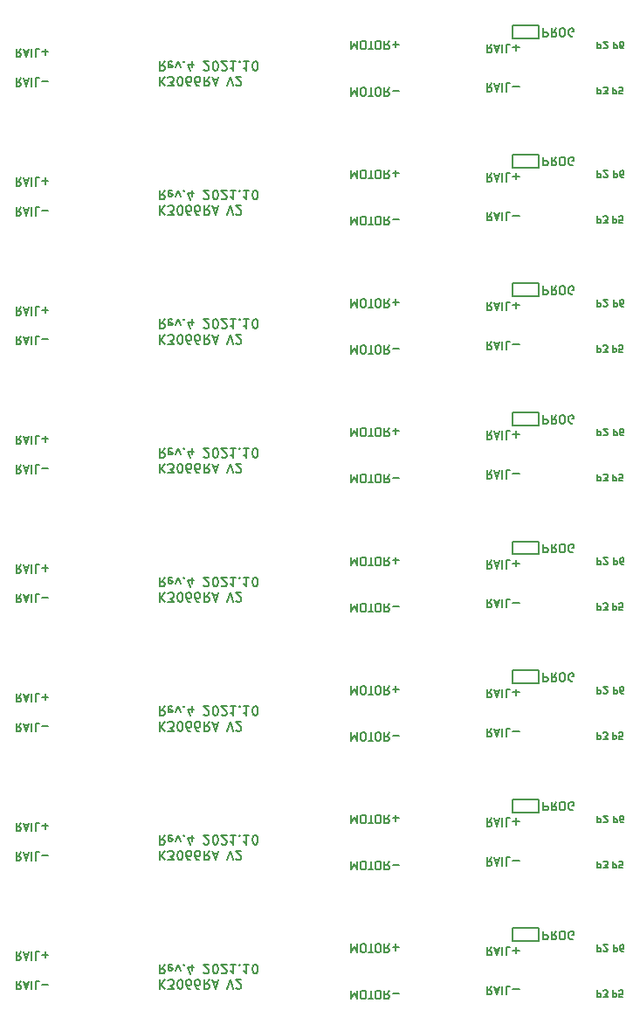
<source format=gbo>
%TF.GenerationSoftware,KiCad,Pcbnew,(5.1.9)-1*%
%TF.CreationDate,2021-10-10T12:49:54+09:00*%
%TF.ProjectId,motordecoder2,6d6f746f-7264-4656-936f-646572322e6b,rev?*%
%TF.SameCoordinates,PX66ff300PY7e5ca20*%
%TF.FileFunction,Legend,Bot*%
%TF.FilePolarity,Positive*%
%FSLAX46Y46*%
G04 Gerber Fmt 4.6, Leading zero omitted, Abs format (unit mm)*
G04 Created by KiCad (PCBNEW (5.1.9)-1) date 2021-10-10 12:49:54*
%MOMM*%
%LPD*%
G01*
G04 APERTURE LIST*
%ADD10C,0.180000*%
%ADD11C,0.150000*%
%ADD12C,0.200000*%
%ADD13C,2.000000*%
%ADD14R,2.000000X2.000000*%
%ADD15R,6.500000X2.000000*%
%ADD16R,1.000000X1.000000*%
%ADD17R,1.500000X1.500000*%
%ADD18R,2.000000X1.500000*%
%ADD19R,0.950000X0.950000*%
G04 APERTURE END LIST*
D10*
X8145238Y4261905D02*
X7878571Y3880953D01*
X7688095Y4261905D02*
X7688095Y3461905D01*
X7992857Y3461905D01*
X8069047Y3500000D01*
X8107142Y3538096D01*
X8145238Y3614286D01*
X8145238Y3728572D01*
X8107142Y3804762D01*
X8069047Y3842858D01*
X7992857Y3880953D01*
X7688095Y3880953D01*
X8450000Y4033334D02*
X8830952Y4033334D01*
X8373809Y4261905D02*
X8640476Y3461905D01*
X8907142Y4261905D01*
X9173809Y4261905D02*
X9173809Y3461905D01*
X9935714Y4261905D02*
X9554761Y4261905D01*
X9554761Y3461905D01*
X10202380Y3957143D02*
X10811904Y3957143D01*
X8145238Y16761905D02*
X7878571Y16380953D01*
X7688095Y16761905D02*
X7688095Y15961905D01*
X7992857Y15961905D01*
X8069047Y16000000D01*
X8107142Y16038096D01*
X8145238Y16114286D01*
X8145238Y16228572D01*
X8107142Y16304762D01*
X8069047Y16342858D01*
X7992857Y16380953D01*
X7688095Y16380953D01*
X8450000Y16533334D02*
X8830952Y16533334D01*
X8373809Y16761905D02*
X8640476Y15961905D01*
X8907142Y16761905D01*
X9173809Y16761905D02*
X9173809Y15961905D01*
X9935714Y16761905D02*
X9554761Y16761905D01*
X9554761Y15961905D01*
X10202380Y16457143D02*
X10811904Y16457143D01*
X8145238Y29261905D02*
X7878571Y28880953D01*
X7688095Y29261905D02*
X7688095Y28461905D01*
X7992857Y28461905D01*
X8069047Y28500000D01*
X8107142Y28538096D01*
X8145238Y28614286D01*
X8145238Y28728572D01*
X8107142Y28804762D01*
X8069047Y28842858D01*
X7992857Y28880953D01*
X7688095Y28880953D01*
X8450000Y29033334D02*
X8830952Y29033334D01*
X8373809Y29261905D02*
X8640476Y28461905D01*
X8907142Y29261905D01*
X9173809Y29261905D02*
X9173809Y28461905D01*
X9935714Y29261905D02*
X9554761Y29261905D01*
X9554761Y28461905D01*
X10202380Y28957143D02*
X10811904Y28957143D01*
X8145238Y41761905D02*
X7878571Y41380953D01*
X7688095Y41761905D02*
X7688095Y40961905D01*
X7992857Y40961905D01*
X8069047Y41000000D01*
X8107142Y41038096D01*
X8145238Y41114286D01*
X8145238Y41228572D01*
X8107142Y41304762D01*
X8069047Y41342858D01*
X7992857Y41380953D01*
X7688095Y41380953D01*
X8450000Y41533334D02*
X8830952Y41533334D01*
X8373809Y41761905D02*
X8640476Y40961905D01*
X8907142Y41761905D01*
X9173809Y41761905D02*
X9173809Y40961905D01*
X9935714Y41761905D02*
X9554761Y41761905D01*
X9554761Y40961905D01*
X10202380Y41457143D02*
X10811904Y41457143D01*
X8145238Y54261905D02*
X7878571Y53880953D01*
X7688095Y54261905D02*
X7688095Y53461905D01*
X7992857Y53461905D01*
X8069047Y53500000D01*
X8107142Y53538096D01*
X8145238Y53614286D01*
X8145238Y53728572D01*
X8107142Y53804762D01*
X8069047Y53842858D01*
X7992857Y53880953D01*
X7688095Y53880953D01*
X8450000Y54033334D02*
X8830952Y54033334D01*
X8373809Y54261905D02*
X8640476Y53461905D01*
X8907142Y54261905D01*
X9173809Y54261905D02*
X9173809Y53461905D01*
X9935714Y54261905D02*
X9554761Y54261905D01*
X9554761Y53461905D01*
X10202380Y53957143D02*
X10811904Y53957143D01*
X8145238Y66761905D02*
X7878571Y66380953D01*
X7688095Y66761905D02*
X7688095Y65961905D01*
X7992857Y65961905D01*
X8069047Y66000000D01*
X8107142Y66038096D01*
X8145238Y66114286D01*
X8145238Y66228572D01*
X8107142Y66304762D01*
X8069047Y66342858D01*
X7992857Y66380953D01*
X7688095Y66380953D01*
X8450000Y66533334D02*
X8830952Y66533334D01*
X8373809Y66761905D02*
X8640476Y65961905D01*
X8907142Y66761905D01*
X9173809Y66761905D02*
X9173809Y65961905D01*
X9935714Y66761905D02*
X9554761Y66761905D01*
X9554761Y65961905D01*
X10202380Y66457143D02*
X10811904Y66457143D01*
X8145238Y79261905D02*
X7878571Y78880953D01*
X7688095Y79261905D02*
X7688095Y78461905D01*
X7992857Y78461905D01*
X8069047Y78500000D01*
X8107142Y78538096D01*
X8145238Y78614286D01*
X8145238Y78728572D01*
X8107142Y78804762D01*
X8069047Y78842858D01*
X7992857Y78880953D01*
X7688095Y78880953D01*
X8450000Y79033334D02*
X8830952Y79033334D01*
X8373809Y79261905D02*
X8640476Y78461905D01*
X8907142Y79261905D01*
X9173809Y79261905D02*
X9173809Y78461905D01*
X9935714Y79261905D02*
X9554761Y79261905D01*
X9554761Y78461905D01*
X10202380Y78957143D02*
X10811904Y78957143D01*
D11*
X64020238Y3394048D02*
X64020238Y2744048D01*
X64267857Y2744048D01*
X64329761Y2775000D01*
X64360714Y2805953D01*
X64391666Y2867858D01*
X64391666Y2960715D01*
X64360714Y3022620D01*
X64329761Y3053572D01*
X64267857Y3084524D01*
X64020238Y3084524D01*
X64608333Y2744048D02*
X65010714Y2744048D01*
X64794047Y2991667D01*
X64886904Y2991667D01*
X64948809Y3022620D01*
X64979761Y3053572D01*
X65010714Y3115477D01*
X65010714Y3270239D01*
X64979761Y3332143D01*
X64948809Y3363096D01*
X64886904Y3394048D01*
X64701190Y3394048D01*
X64639285Y3363096D01*
X64608333Y3332143D01*
X64020238Y15894048D02*
X64020238Y15244048D01*
X64267857Y15244048D01*
X64329761Y15275000D01*
X64360714Y15305953D01*
X64391666Y15367858D01*
X64391666Y15460715D01*
X64360714Y15522620D01*
X64329761Y15553572D01*
X64267857Y15584524D01*
X64020238Y15584524D01*
X64608333Y15244048D02*
X65010714Y15244048D01*
X64794047Y15491667D01*
X64886904Y15491667D01*
X64948809Y15522620D01*
X64979761Y15553572D01*
X65010714Y15615477D01*
X65010714Y15770239D01*
X64979761Y15832143D01*
X64948809Y15863096D01*
X64886904Y15894048D01*
X64701190Y15894048D01*
X64639285Y15863096D01*
X64608333Y15832143D01*
X64020238Y28394048D02*
X64020238Y27744048D01*
X64267857Y27744048D01*
X64329761Y27775000D01*
X64360714Y27805953D01*
X64391666Y27867858D01*
X64391666Y27960715D01*
X64360714Y28022620D01*
X64329761Y28053572D01*
X64267857Y28084524D01*
X64020238Y28084524D01*
X64608333Y27744048D02*
X65010714Y27744048D01*
X64794047Y27991667D01*
X64886904Y27991667D01*
X64948809Y28022620D01*
X64979761Y28053572D01*
X65010714Y28115477D01*
X65010714Y28270239D01*
X64979761Y28332143D01*
X64948809Y28363096D01*
X64886904Y28394048D01*
X64701190Y28394048D01*
X64639285Y28363096D01*
X64608333Y28332143D01*
X64020238Y40894048D02*
X64020238Y40244048D01*
X64267857Y40244048D01*
X64329761Y40275000D01*
X64360714Y40305953D01*
X64391666Y40367858D01*
X64391666Y40460715D01*
X64360714Y40522620D01*
X64329761Y40553572D01*
X64267857Y40584524D01*
X64020238Y40584524D01*
X64608333Y40244048D02*
X65010714Y40244048D01*
X64794047Y40491667D01*
X64886904Y40491667D01*
X64948809Y40522620D01*
X64979761Y40553572D01*
X65010714Y40615477D01*
X65010714Y40770239D01*
X64979761Y40832143D01*
X64948809Y40863096D01*
X64886904Y40894048D01*
X64701190Y40894048D01*
X64639285Y40863096D01*
X64608333Y40832143D01*
X64020238Y53394048D02*
X64020238Y52744048D01*
X64267857Y52744048D01*
X64329761Y52775000D01*
X64360714Y52805953D01*
X64391666Y52867858D01*
X64391666Y52960715D01*
X64360714Y53022620D01*
X64329761Y53053572D01*
X64267857Y53084524D01*
X64020238Y53084524D01*
X64608333Y52744048D02*
X65010714Y52744048D01*
X64794047Y52991667D01*
X64886904Y52991667D01*
X64948809Y53022620D01*
X64979761Y53053572D01*
X65010714Y53115477D01*
X65010714Y53270239D01*
X64979761Y53332143D01*
X64948809Y53363096D01*
X64886904Y53394048D01*
X64701190Y53394048D01*
X64639285Y53363096D01*
X64608333Y53332143D01*
X64020238Y65894048D02*
X64020238Y65244048D01*
X64267857Y65244048D01*
X64329761Y65275000D01*
X64360714Y65305953D01*
X64391666Y65367858D01*
X64391666Y65460715D01*
X64360714Y65522620D01*
X64329761Y65553572D01*
X64267857Y65584524D01*
X64020238Y65584524D01*
X64608333Y65244048D02*
X65010714Y65244048D01*
X64794047Y65491667D01*
X64886904Y65491667D01*
X64948809Y65522620D01*
X64979761Y65553572D01*
X65010714Y65615477D01*
X65010714Y65770239D01*
X64979761Y65832143D01*
X64948809Y65863096D01*
X64886904Y65894048D01*
X64701190Y65894048D01*
X64639285Y65863096D01*
X64608333Y65832143D01*
X64020238Y78394048D02*
X64020238Y77744048D01*
X64267857Y77744048D01*
X64329761Y77775000D01*
X64360714Y77805953D01*
X64391666Y77867858D01*
X64391666Y77960715D01*
X64360714Y78022620D01*
X64329761Y78053572D01*
X64267857Y78084524D01*
X64020238Y78084524D01*
X64608333Y77744048D02*
X65010714Y77744048D01*
X64794047Y77991667D01*
X64886904Y77991667D01*
X64948809Y78022620D01*
X64979761Y78053572D01*
X65010714Y78115477D01*
X65010714Y78270239D01*
X64979761Y78332143D01*
X64948809Y78363096D01*
X64886904Y78394048D01*
X64701190Y78394048D01*
X64639285Y78363096D01*
X64608333Y78332143D01*
D10*
X8145238Y7111905D02*
X7878571Y6730953D01*
X7688095Y7111905D02*
X7688095Y6311905D01*
X7992857Y6311905D01*
X8069047Y6350000D01*
X8107142Y6388096D01*
X8145238Y6464286D01*
X8145238Y6578572D01*
X8107142Y6654762D01*
X8069047Y6692858D01*
X7992857Y6730953D01*
X7688095Y6730953D01*
X8450000Y6883334D02*
X8830952Y6883334D01*
X8373809Y7111905D02*
X8640476Y6311905D01*
X8907142Y7111905D01*
X9173809Y7111905D02*
X9173809Y6311905D01*
X9935714Y7111905D02*
X9554761Y7111905D01*
X9554761Y6311905D01*
X10202380Y6807143D02*
X10811904Y6807143D01*
X10507142Y7111905D02*
X10507142Y6502381D01*
X8145238Y19611905D02*
X7878571Y19230953D01*
X7688095Y19611905D02*
X7688095Y18811905D01*
X7992857Y18811905D01*
X8069047Y18850000D01*
X8107142Y18888096D01*
X8145238Y18964286D01*
X8145238Y19078572D01*
X8107142Y19154762D01*
X8069047Y19192858D01*
X7992857Y19230953D01*
X7688095Y19230953D01*
X8450000Y19383334D02*
X8830952Y19383334D01*
X8373809Y19611905D02*
X8640476Y18811905D01*
X8907142Y19611905D01*
X9173809Y19611905D02*
X9173809Y18811905D01*
X9935714Y19611905D02*
X9554761Y19611905D01*
X9554761Y18811905D01*
X10202380Y19307143D02*
X10811904Y19307143D01*
X10507142Y19611905D02*
X10507142Y19002381D01*
X8145238Y32111905D02*
X7878571Y31730953D01*
X7688095Y32111905D02*
X7688095Y31311905D01*
X7992857Y31311905D01*
X8069047Y31350000D01*
X8107142Y31388096D01*
X8145238Y31464286D01*
X8145238Y31578572D01*
X8107142Y31654762D01*
X8069047Y31692858D01*
X7992857Y31730953D01*
X7688095Y31730953D01*
X8450000Y31883334D02*
X8830952Y31883334D01*
X8373809Y32111905D02*
X8640476Y31311905D01*
X8907142Y32111905D01*
X9173809Y32111905D02*
X9173809Y31311905D01*
X9935714Y32111905D02*
X9554761Y32111905D01*
X9554761Y31311905D01*
X10202380Y31807143D02*
X10811904Y31807143D01*
X10507142Y32111905D02*
X10507142Y31502381D01*
X8145238Y44611905D02*
X7878571Y44230953D01*
X7688095Y44611905D02*
X7688095Y43811905D01*
X7992857Y43811905D01*
X8069047Y43850000D01*
X8107142Y43888096D01*
X8145238Y43964286D01*
X8145238Y44078572D01*
X8107142Y44154762D01*
X8069047Y44192858D01*
X7992857Y44230953D01*
X7688095Y44230953D01*
X8450000Y44383334D02*
X8830952Y44383334D01*
X8373809Y44611905D02*
X8640476Y43811905D01*
X8907142Y44611905D01*
X9173809Y44611905D02*
X9173809Y43811905D01*
X9935714Y44611905D02*
X9554761Y44611905D01*
X9554761Y43811905D01*
X10202380Y44307143D02*
X10811904Y44307143D01*
X10507142Y44611905D02*
X10507142Y44002381D01*
X8145238Y57111905D02*
X7878571Y56730953D01*
X7688095Y57111905D02*
X7688095Y56311905D01*
X7992857Y56311905D01*
X8069047Y56350000D01*
X8107142Y56388096D01*
X8145238Y56464286D01*
X8145238Y56578572D01*
X8107142Y56654762D01*
X8069047Y56692858D01*
X7992857Y56730953D01*
X7688095Y56730953D01*
X8450000Y56883334D02*
X8830952Y56883334D01*
X8373809Y57111905D02*
X8640476Y56311905D01*
X8907142Y57111905D01*
X9173809Y57111905D02*
X9173809Y56311905D01*
X9935714Y57111905D02*
X9554761Y57111905D01*
X9554761Y56311905D01*
X10202380Y56807143D02*
X10811904Y56807143D01*
X10507142Y57111905D02*
X10507142Y56502381D01*
X8145238Y69611905D02*
X7878571Y69230953D01*
X7688095Y69611905D02*
X7688095Y68811905D01*
X7992857Y68811905D01*
X8069047Y68850000D01*
X8107142Y68888096D01*
X8145238Y68964286D01*
X8145238Y69078572D01*
X8107142Y69154762D01*
X8069047Y69192858D01*
X7992857Y69230953D01*
X7688095Y69230953D01*
X8450000Y69383334D02*
X8830952Y69383334D01*
X8373809Y69611905D02*
X8640476Y68811905D01*
X8907142Y69611905D01*
X9173809Y69611905D02*
X9173809Y68811905D01*
X9935714Y69611905D02*
X9554761Y69611905D01*
X9554761Y68811905D01*
X10202380Y69307143D02*
X10811904Y69307143D01*
X10507142Y69611905D02*
X10507142Y69002381D01*
X8145238Y82111905D02*
X7878571Y81730953D01*
X7688095Y82111905D02*
X7688095Y81311905D01*
X7992857Y81311905D01*
X8069047Y81350000D01*
X8107142Y81388096D01*
X8145238Y81464286D01*
X8145238Y81578572D01*
X8107142Y81654762D01*
X8069047Y81692858D01*
X7992857Y81730953D01*
X7688095Y81730953D01*
X8450000Y81883334D02*
X8830952Y81883334D01*
X8373809Y82111905D02*
X8640476Y81311905D01*
X8907142Y82111905D01*
X9173809Y82111905D02*
X9173809Y81311905D01*
X9935714Y82111905D02*
X9554761Y82111905D01*
X9554761Y81311905D01*
X10202380Y81807143D02*
X10811904Y81807143D01*
X10507142Y82111905D02*
X10507142Y81502381D01*
X53795238Y3761905D02*
X53528571Y3380953D01*
X53338095Y3761905D02*
X53338095Y2961905D01*
X53642857Y2961905D01*
X53719047Y3000000D01*
X53757142Y3038096D01*
X53795238Y3114286D01*
X53795238Y3228572D01*
X53757142Y3304762D01*
X53719047Y3342858D01*
X53642857Y3380953D01*
X53338095Y3380953D01*
X54100000Y3533334D02*
X54480952Y3533334D01*
X54023809Y3761905D02*
X54290476Y2961905D01*
X54557142Y3761905D01*
X54823809Y3761905D02*
X54823809Y2961905D01*
X55585714Y3761905D02*
X55204761Y3761905D01*
X55204761Y2961905D01*
X55852380Y3457143D02*
X56461904Y3457143D01*
X53795238Y16261905D02*
X53528571Y15880953D01*
X53338095Y16261905D02*
X53338095Y15461905D01*
X53642857Y15461905D01*
X53719047Y15500000D01*
X53757142Y15538096D01*
X53795238Y15614286D01*
X53795238Y15728572D01*
X53757142Y15804762D01*
X53719047Y15842858D01*
X53642857Y15880953D01*
X53338095Y15880953D01*
X54100000Y16033334D02*
X54480952Y16033334D01*
X54023809Y16261905D02*
X54290476Y15461905D01*
X54557142Y16261905D01*
X54823809Y16261905D02*
X54823809Y15461905D01*
X55585714Y16261905D02*
X55204761Y16261905D01*
X55204761Y15461905D01*
X55852380Y15957143D02*
X56461904Y15957143D01*
X53795238Y28761905D02*
X53528571Y28380953D01*
X53338095Y28761905D02*
X53338095Y27961905D01*
X53642857Y27961905D01*
X53719047Y28000000D01*
X53757142Y28038096D01*
X53795238Y28114286D01*
X53795238Y28228572D01*
X53757142Y28304762D01*
X53719047Y28342858D01*
X53642857Y28380953D01*
X53338095Y28380953D01*
X54100000Y28533334D02*
X54480952Y28533334D01*
X54023809Y28761905D02*
X54290476Y27961905D01*
X54557142Y28761905D01*
X54823809Y28761905D02*
X54823809Y27961905D01*
X55585714Y28761905D02*
X55204761Y28761905D01*
X55204761Y27961905D01*
X55852380Y28457143D02*
X56461904Y28457143D01*
X53795238Y41261905D02*
X53528571Y40880953D01*
X53338095Y41261905D02*
X53338095Y40461905D01*
X53642857Y40461905D01*
X53719047Y40500000D01*
X53757142Y40538096D01*
X53795238Y40614286D01*
X53795238Y40728572D01*
X53757142Y40804762D01*
X53719047Y40842858D01*
X53642857Y40880953D01*
X53338095Y40880953D01*
X54100000Y41033334D02*
X54480952Y41033334D01*
X54023809Y41261905D02*
X54290476Y40461905D01*
X54557142Y41261905D01*
X54823809Y41261905D02*
X54823809Y40461905D01*
X55585714Y41261905D02*
X55204761Y41261905D01*
X55204761Y40461905D01*
X55852380Y40957143D02*
X56461904Y40957143D01*
X53795238Y53761905D02*
X53528571Y53380953D01*
X53338095Y53761905D02*
X53338095Y52961905D01*
X53642857Y52961905D01*
X53719047Y53000000D01*
X53757142Y53038096D01*
X53795238Y53114286D01*
X53795238Y53228572D01*
X53757142Y53304762D01*
X53719047Y53342858D01*
X53642857Y53380953D01*
X53338095Y53380953D01*
X54100000Y53533334D02*
X54480952Y53533334D01*
X54023809Y53761905D02*
X54290476Y52961905D01*
X54557142Y53761905D01*
X54823809Y53761905D02*
X54823809Y52961905D01*
X55585714Y53761905D02*
X55204761Y53761905D01*
X55204761Y52961905D01*
X55852380Y53457143D02*
X56461904Y53457143D01*
X53795238Y66261905D02*
X53528571Y65880953D01*
X53338095Y66261905D02*
X53338095Y65461905D01*
X53642857Y65461905D01*
X53719047Y65500000D01*
X53757142Y65538096D01*
X53795238Y65614286D01*
X53795238Y65728572D01*
X53757142Y65804762D01*
X53719047Y65842858D01*
X53642857Y65880953D01*
X53338095Y65880953D01*
X54100000Y66033334D02*
X54480952Y66033334D01*
X54023809Y66261905D02*
X54290476Y65461905D01*
X54557142Y66261905D01*
X54823809Y66261905D02*
X54823809Y65461905D01*
X55585714Y66261905D02*
X55204761Y66261905D01*
X55204761Y65461905D01*
X55852380Y65957143D02*
X56461904Y65957143D01*
X53795238Y78761905D02*
X53528571Y78380953D01*
X53338095Y78761905D02*
X53338095Y77961905D01*
X53642857Y77961905D01*
X53719047Y78000000D01*
X53757142Y78038096D01*
X53795238Y78114286D01*
X53795238Y78228572D01*
X53757142Y78304762D01*
X53719047Y78342858D01*
X53642857Y78380953D01*
X53338095Y78380953D01*
X54100000Y78533334D02*
X54480952Y78533334D01*
X54023809Y78761905D02*
X54290476Y77961905D01*
X54557142Y78761905D01*
X54823809Y78761905D02*
X54823809Y77961905D01*
X55585714Y78761905D02*
X55204761Y78761905D01*
X55204761Y77961905D01*
X55852380Y78457143D02*
X56461904Y78457143D01*
X40195238Y7861905D02*
X40195238Y7061905D01*
X40461904Y7633334D01*
X40728571Y7061905D01*
X40728571Y7861905D01*
X41261904Y7061905D02*
X41414285Y7061905D01*
X41490476Y7100000D01*
X41566666Y7176191D01*
X41604761Y7328572D01*
X41604761Y7595239D01*
X41566666Y7747620D01*
X41490476Y7823810D01*
X41414285Y7861905D01*
X41261904Y7861905D01*
X41185714Y7823810D01*
X41109523Y7747620D01*
X41071428Y7595239D01*
X41071428Y7328572D01*
X41109523Y7176191D01*
X41185714Y7100000D01*
X41261904Y7061905D01*
X41833333Y7061905D02*
X42290476Y7061905D01*
X42061904Y7861905D02*
X42061904Y7061905D01*
X42709523Y7061905D02*
X42861904Y7061905D01*
X42938095Y7100000D01*
X43014285Y7176191D01*
X43052380Y7328572D01*
X43052380Y7595239D01*
X43014285Y7747620D01*
X42938095Y7823810D01*
X42861904Y7861905D01*
X42709523Y7861905D01*
X42633333Y7823810D01*
X42557142Y7747620D01*
X42519047Y7595239D01*
X42519047Y7328572D01*
X42557142Y7176191D01*
X42633333Y7100000D01*
X42709523Y7061905D01*
X43852380Y7861905D02*
X43585714Y7480953D01*
X43395238Y7861905D02*
X43395238Y7061905D01*
X43700000Y7061905D01*
X43776190Y7100000D01*
X43814285Y7138096D01*
X43852380Y7214286D01*
X43852380Y7328572D01*
X43814285Y7404762D01*
X43776190Y7442858D01*
X43700000Y7480953D01*
X43395238Y7480953D01*
X44195238Y7557143D02*
X44804761Y7557143D01*
X44500000Y7861905D02*
X44500000Y7252381D01*
X40195238Y20361905D02*
X40195238Y19561905D01*
X40461904Y20133334D01*
X40728571Y19561905D01*
X40728571Y20361905D01*
X41261904Y19561905D02*
X41414285Y19561905D01*
X41490476Y19600000D01*
X41566666Y19676191D01*
X41604761Y19828572D01*
X41604761Y20095239D01*
X41566666Y20247620D01*
X41490476Y20323810D01*
X41414285Y20361905D01*
X41261904Y20361905D01*
X41185714Y20323810D01*
X41109523Y20247620D01*
X41071428Y20095239D01*
X41071428Y19828572D01*
X41109523Y19676191D01*
X41185714Y19600000D01*
X41261904Y19561905D01*
X41833333Y19561905D02*
X42290476Y19561905D01*
X42061904Y20361905D02*
X42061904Y19561905D01*
X42709523Y19561905D02*
X42861904Y19561905D01*
X42938095Y19600000D01*
X43014285Y19676191D01*
X43052380Y19828572D01*
X43052380Y20095239D01*
X43014285Y20247620D01*
X42938095Y20323810D01*
X42861904Y20361905D01*
X42709523Y20361905D01*
X42633333Y20323810D01*
X42557142Y20247620D01*
X42519047Y20095239D01*
X42519047Y19828572D01*
X42557142Y19676191D01*
X42633333Y19600000D01*
X42709523Y19561905D01*
X43852380Y20361905D02*
X43585714Y19980953D01*
X43395238Y20361905D02*
X43395238Y19561905D01*
X43700000Y19561905D01*
X43776190Y19600000D01*
X43814285Y19638096D01*
X43852380Y19714286D01*
X43852380Y19828572D01*
X43814285Y19904762D01*
X43776190Y19942858D01*
X43700000Y19980953D01*
X43395238Y19980953D01*
X44195238Y20057143D02*
X44804761Y20057143D01*
X44500000Y20361905D02*
X44500000Y19752381D01*
X40195238Y32861905D02*
X40195238Y32061905D01*
X40461904Y32633334D01*
X40728571Y32061905D01*
X40728571Y32861905D01*
X41261904Y32061905D02*
X41414285Y32061905D01*
X41490476Y32100000D01*
X41566666Y32176191D01*
X41604761Y32328572D01*
X41604761Y32595239D01*
X41566666Y32747620D01*
X41490476Y32823810D01*
X41414285Y32861905D01*
X41261904Y32861905D01*
X41185714Y32823810D01*
X41109523Y32747620D01*
X41071428Y32595239D01*
X41071428Y32328572D01*
X41109523Y32176191D01*
X41185714Y32100000D01*
X41261904Y32061905D01*
X41833333Y32061905D02*
X42290476Y32061905D01*
X42061904Y32861905D02*
X42061904Y32061905D01*
X42709523Y32061905D02*
X42861904Y32061905D01*
X42938095Y32100000D01*
X43014285Y32176191D01*
X43052380Y32328572D01*
X43052380Y32595239D01*
X43014285Y32747620D01*
X42938095Y32823810D01*
X42861904Y32861905D01*
X42709523Y32861905D01*
X42633333Y32823810D01*
X42557142Y32747620D01*
X42519047Y32595239D01*
X42519047Y32328572D01*
X42557142Y32176191D01*
X42633333Y32100000D01*
X42709523Y32061905D01*
X43852380Y32861905D02*
X43585714Y32480953D01*
X43395238Y32861905D02*
X43395238Y32061905D01*
X43700000Y32061905D01*
X43776190Y32100000D01*
X43814285Y32138096D01*
X43852380Y32214286D01*
X43852380Y32328572D01*
X43814285Y32404762D01*
X43776190Y32442858D01*
X43700000Y32480953D01*
X43395238Y32480953D01*
X44195238Y32557143D02*
X44804761Y32557143D01*
X44500000Y32861905D02*
X44500000Y32252381D01*
X40195238Y45361905D02*
X40195238Y44561905D01*
X40461904Y45133334D01*
X40728571Y44561905D01*
X40728571Y45361905D01*
X41261904Y44561905D02*
X41414285Y44561905D01*
X41490476Y44600000D01*
X41566666Y44676191D01*
X41604761Y44828572D01*
X41604761Y45095239D01*
X41566666Y45247620D01*
X41490476Y45323810D01*
X41414285Y45361905D01*
X41261904Y45361905D01*
X41185714Y45323810D01*
X41109523Y45247620D01*
X41071428Y45095239D01*
X41071428Y44828572D01*
X41109523Y44676191D01*
X41185714Y44600000D01*
X41261904Y44561905D01*
X41833333Y44561905D02*
X42290476Y44561905D01*
X42061904Y45361905D02*
X42061904Y44561905D01*
X42709523Y44561905D02*
X42861904Y44561905D01*
X42938095Y44600000D01*
X43014285Y44676191D01*
X43052380Y44828572D01*
X43052380Y45095239D01*
X43014285Y45247620D01*
X42938095Y45323810D01*
X42861904Y45361905D01*
X42709523Y45361905D01*
X42633333Y45323810D01*
X42557142Y45247620D01*
X42519047Y45095239D01*
X42519047Y44828572D01*
X42557142Y44676191D01*
X42633333Y44600000D01*
X42709523Y44561905D01*
X43852380Y45361905D02*
X43585714Y44980953D01*
X43395238Y45361905D02*
X43395238Y44561905D01*
X43700000Y44561905D01*
X43776190Y44600000D01*
X43814285Y44638096D01*
X43852380Y44714286D01*
X43852380Y44828572D01*
X43814285Y44904762D01*
X43776190Y44942858D01*
X43700000Y44980953D01*
X43395238Y44980953D01*
X44195238Y45057143D02*
X44804761Y45057143D01*
X44500000Y45361905D02*
X44500000Y44752381D01*
X40195238Y57861905D02*
X40195238Y57061905D01*
X40461904Y57633334D01*
X40728571Y57061905D01*
X40728571Y57861905D01*
X41261904Y57061905D02*
X41414285Y57061905D01*
X41490476Y57100000D01*
X41566666Y57176191D01*
X41604761Y57328572D01*
X41604761Y57595239D01*
X41566666Y57747620D01*
X41490476Y57823810D01*
X41414285Y57861905D01*
X41261904Y57861905D01*
X41185714Y57823810D01*
X41109523Y57747620D01*
X41071428Y57595239D01*
X41071428Y57328572D01*
X41109523Y57176191D01*
X41185714Y57100000D01*
X41261904Y57061905D01*
X41833333Y57061905D02*
X42290476Y57061905D01*
X42061904Y57861905D02*
X42061904Y57061905D01*
X42709523Y57061905D02*
X42861904Y57061905D01*
X42938095Y57100000D01*
X43014285Y57176191D01*
X43052380Y57328572D01*
X43052380Y57595239D01*
X43014285Y57747620D01*
X42938095Y57823810D01*
X42861904Y57861905D01*
X42709523Y57861905D01*
X42633333Y57823810D01*
X42557142Y57747620D01*
X42519047Y57595239D01*
X42519047Y57328572D01*
X42557142Y57176191D01*
X42633333Y57100000D01*
X42709523Y57061905D01*
X43852380Y57861905D02*
X43585714Y57480953D01*
X43395238Y57861905D02*
X43395238Y57061905D01*
X43700000Y57061905D01*
X43776190Y57100000D01*
X43814285Y57138096D01*
X43852380Y57214286D01*
X43852380Y57328572D01*
X43814285Y57404762D01*
X43776190Y57442858D01*
X43700000Y57480953D01*
X43395238Y57480953D01*
X44195238Y57557143D02*
X44804761Y57557143D01*
X44500000Y57861905D02*
X44500000Y57252381D01*
X40195238Y70361905D02*
X40195238Y69561905D01*
X40461904Y70133334D01*
X40728571Y69561905D01*
X40728571Y70361905D01*
X41261904Y69561905D02*
X41414285Y69561905D01*
X41490476Y69600000D01*
X41566666Y69676191D01*
X41604761Y69828572D01*
X41604761Y70095239D01*
X41566666Y70247620D01*
X41490476Y70323810D01*
X41414285Y70361905D01*
X41261904Y70361905D01*
X41185714Y70323810D01*
X41109523Y70247620D01*
X41071428Y70095239D01*
X41071428Y69828572D01*
X41109523Y69676191D01*
X41185714Y69600000D01*
X41261904Y69561905D01*
X41833333Y69561905D02*
X42290476Y69561905D01*
X42061904Y70361905D02*
X42061904Y69561905D01*
X42709523Y69561905D02*
X42861904Y69561905D01*
X42938095Y69600000D01*
X43014285Y69676191D01*
X43052380Y69828572D01*
X43052380Y70095239D01*
X43014285Y70247620D01*
X42938095Y70323810D01*
X42861904Y70361905D01*
X42709523Y70361905D01*
X42633333Y70323810D01*
X42557142Y70247620D01*
X42519047Y70095239D01*
X42519047Y69828572D01*
X42557142Y69676191D01*
X42633333Y69600000D01*
X42709523Y69561905D01*
X43852380Y70361905D02*
X43585714Y69980953D01*
X43395238Y70361905D02*
X43395238Y69561905D01*
X43700000Y69561905D01*
X43776190Y69600000D01*
X43814285Y69638096D01*
X43852380Y69714286D01*
X43852380Y69828572D01*
X43814285Y69904762D01*
X43776190Y69942858D01*
X43700000Y69980953D01*
X43395238Y69980953D01*
X44195238Y70057143D02*
X44804761Y70057143D01*
X44500000Y70361905D02*
X44500000Y69752381D01*
X40195238Y82861905D02*
X40195238Y82061905D01*
X40461904Y82633334D01*
X40728571Y82061905D01*
X40728571Y82861905D01*
X41261904Y82061905D02*
X41414285Y82061905D01*
X41490476Y82100000D01*
X41566666Y82176191D01*
X41604761Y82328572D01*
X41604761Y82595239D01*
X41566666Y82747620D01*
X41490476Y82823810D01*
X41414285Y82861905D01*
X41261904Y82861905D01*
X41185714Y82823810D01*
X41109523Y82747620D01*
X41071428Y82595239D01*
X41071428Y82328572D01*
X41109523Y82176191D01*
X41185714Y82100000D01*
X41261904Y82061905D01*
X41833333Y82061905D02*
X42290476Y82061905D01*
X42061904Y82861905D02*
X42061904Y82061905D01*
X42709523Y82061905D02*
X42861904Y82061905D01*
X42938095Y82100000D01*
X43014285Y82176191D01*
X43052380Y82328572D01*
X43052380Y82595239D01*
X43014285Y82747620D01*
X42938095Y82823810D01*
X42861904Y82861905D01*
X42709523Y82861905D01*
X42633333Y82823810D01*
X42557142Y82747620D01*
X42519047Y82595239D01*
X42519047Y82328572D01*
X42557142Y82176191D01*
X42633333Y82100000D01*
X42709523Y82061905D01*
X43852380Y82861905D02*
X43585714Y82480953D01*
X43395238Y82861905D02*
X43395238Y82061905D01*
X43700000Y82061905D01*
X43776190Y82100000D01*
X43814285Y82138096D01*
X43852380Y82214286D01*
X43852380Y82328572D01*
X43814285Y82404762D01*
X43776190Y82442858D01*
X43700000Y82480953D01*
X43395238Y82480953D01*
X44195238Y82557143D02*
X44804761Y82557143D01*
X44500000Y82861905D02*
X44500000Y82252381D01*
D12*
X58821428Y9111905D02*
X58821428Y8311905D01*
X59126190Y8311905D01*
X59202380Y8350000D01*
X59240476Y8388096D01*
X59278571Y8464286D01*
X59278571Y8578572D01*
X59240476Y8654762D01*
X59202380Y8692858D01*
X59126190Y8730953D01*
X58821428Y8730953D01*
X60078571Y9111905D02*
X59811904Y8730953D01*
X59621428Y9111905D02*
X59621428Y8311905D01*
X59926190Y8311905D01*
X60002380Y8350000D01*
X60040476Y8388096D01*
X60078571Y8464286D01*
X60078571Y8578572D01*
X60040476Y8654762D01*
X60002380Y8692858D01*
X59926190Y8730953D01*
X59621428Y8730953D01*
X60573809Y8311905D02*
X60726190Y8311905D01*
X60802380Y8350000D01*
X60878571Y8426191D01*
X60916666Y8578572D01*
X60916666Y8845239D01*
X60878571Y8997620D01*
X60802380Y9073810D01*
X60726190Y9111905D01*
X60573809Y9111905D01*
X60497619Y9073810D01*
X60421428Y8997620D01*
X60383333Y8845239D01*
X60383333Y8578572D01*
X60421428Y8426191D01*
X60497619Y8350000D01*
X60573809Y8311905D01*
X61678571Y8350000D02*
X61602380Y8311905D01*
X61488095Y8311905D01*
X61373809Y8350000D01*
X61297619Y8426191D01*
X61259523Y8502381D01*
X61221428Y8654762D01*
X61221428Y8769048D01*
X61259523Y8921429D01*
X61297619Y8997620D01*
X61373809Y9073810D01*
X61488095Y9111905D01*
X61564285Y9111905D01*
X61678571Y9073810D01*
X61716666Y9035715D01*
X61716666Y8769048D01*
X61564285Y8769048D01*
X58821428Y21611905D02*
X58821428Y20811905D01*
X59126190Y20811905D01*
X59202380Y20850000D01*
X59240476Y20888096D01*
X59278571Y20964286D01*
X59278571Y21078572D01*
X59240476Y21154762D01*
X59202380Y21192858D01*
X59126190Y21230953D01*
X58821428Y21230953D01*
X60078571Y21611905D02*
X59811904Y21230953D01*
X59621428Y21611905D02*
X59621428Y20811905D01*
X59926190Y20811905D01*
X60002380Y20850000D01*
X60040476Y20888096D01*
X60078571Y20964286D01*
X60078571Y21078572D01*
X60040476Y21154762D01*
X60002380Y21192858D01*
X59926190Y21230953D01*
X59621428Y21230953D01*
X60573809Y20811905D02*
X60726190Y20811905D01*
X60802380Y20850000D01*
X60878571Y20926191D01*
X60916666Y21078572D01*
X60916666Y21345239D01*
X60878571Y21497620D01*
X60802380Y21573810D01*
X60726190Y21611905D01*
X60573809Y21611905D01*
X60497619Y21573810D01*
X60421428Y21497620D01*
X60383333Y21345239D01*
X60383333Y21078572D01*
X60421428Y20926191D01*
X60497619Y20850000D01*
X60573809Y20811905D01*
X61678571Y20850000D02*
X61602380Y20811905D01*
X61488095Y20811905D01*
X61373809Y20850000D01*
X61297619Y20926191D01*
X61259523Y21002381D01*
X61221428Y21154762D01*
X61221428Y21269048D01*
X61259523Y21421429D01*
X61297619Y21497620D01*
X61373809Y21573810D01*
X61488095Y21611905D01*
X61564285Y21611905D01*
X61678571Y21573810D01*
X61716666Y21535715D01*
X61716666Y21269048D01*
X61564285Y21269048D01*
X58821428Y34111905D02*
X58821428Y33311905D01*
X59126190Y33311905D01*
X59202380Y33350000D01*
X59240476Y33388096D01*
X59278571Y33464286D01*
X59278571Y33578572D01*
X59240476Y33654762D01*
X59202380Y33692858D01*
X59126190Y33730953D01*
X58821428Y33730953D01*
X60078571Y34111905D02*
X59811904Y33730953D01*
X59621428Y34111905D02*
X59621428Y33311905D01*
X59926190Y33311905D01*
X60002380Y33350000D01*
X60040476Y33388096D01*
X60078571Y33464286D01*
X60078571Y33578572D01*
X60040476Y33654762D01*
X60002380Y33692858D01*
X59926190Y33730953D01*
X59621428Y33730953D01*
X60573809Y33311905D02*
X60726190Y33311905D01*
X60802380Y33350000D01*
X60878571Y33426191D01*
X60916666Y33578572D01*
X60916666Y33845239D01*
X60878571Y33997620D01*
X60802380Y34073810D01*
X60726190Y34111905D01*
X60573809Y34111905D01*
X60497619Y34073810D01*
X60421428Y33997620D01*
X60383333Y33845239D01*
X60383333Y33578572D01*
X60421428Y33426191D01*
X60497619Y33350000D01*
X60573809Y33311905D01*
X61678571Y33350000D02*
X61602380Y33311905D01*
X61488095Y33311905D01*
X61373809Y33350000D01*
X61297619Y33426191D01*
X61259523Y33502381D01*
X61221428Y33654762D01*
X61221428Y33769048D01*
X61259523Y33921429D01*
X61297619Y33997620D01*
X61373809Y34073810D01*
X61488095Y34111905D01*
X61564285Y34111905D01*
X61678571Y34073810D01*
X61716666Y34035715D01*
X61716666Y33769048D01*
X61564285Y33769048D01*
X58821428Y46611905D02*
X58821428Y45811905D01*
X59126190Y45811905D01*
X59202380Y45850000D01*
X59240476Y45888096D01*
X59278571Y45964286D01*
X59278571Y46078572D01*
X59240476Y46154762D01*
X59202380Y46192858D01*
X59126190Y46230953D01*
X58821428Y46230953D01*
X60078571Y46611905D02*
X59811904Y46230953D01*
X59621428Y46611905D02*
X59621428Y45811905D01*
X59926190Y45811905D01*
X60002380Y45850000D01*
X60040476Y45888096D01*
X60078571Y45964286D01*
X60078571Y46078572D01*
X60040476Y46154762D01*
X60002380Y46192858D01*
X59926190Y46230953D01*
X59621428Y46230953D01*
X60573809Y45811905D02*
X60726190Y45811905D01*
X60802380Y45850000D01*
X60878571Y45926191D01*
X60916666Y46078572D01*
X60916666Y46345239D01*
X60878571Y46497620D01*
X60802380Y46573810D01*
X60726190Y46611905D01*
X60573809Y46611905D01*
X60497619Y46573810D01*
X60421428Y46497620D01*
X60383333Y46345239D01*
X60383333Y46078572D01*
X60421428Y45926191D01*
X60497619Y45850000D01*
X60573809Y45811905D01*
X61678571Y45850000D02*
X61602380Y45811905D01*
X61488095Y45811905D01*
X61373809Y45850000D01*
X61297619Y45926191D01*
X61259523Y46002381D01*
X61221428Y46154762D01*
X61221428Y46269048D01*
X61259523Y46421429D01*
X61297619Y46497620D01*
X61373809Y46573810D01*
X61488095Y46611905D01*
X61564285Y46611905D01*
X61678571Y46573810D01*
X61716666Y46535715D01*
X61716666Y46269048D01*
X61564285Y46269048D01*
X58821428Y59111905D02*
X58821428Y58311905D01*
X59126190Y58311905D01*
X59202380Y58350000D01*
X59240476Y58388096D01*
X59278571Y58464286D01*
X59278571Y58578572D01*
X59240476Y58654762D01*
X59202380Y58692858D01*
X59126190Y58730953D01*
X58821428Y58730953D01*
X60078571Y59111905D02*
X59811904Y58730953D01*
X59621428Y59111905D02*
X59621428Y58311905D01*
X59926190Y58311905D01*
X60002380Y58350000D01*
X60040476Y58388096D01*
X60078571Y58464286D01*
X60078571Y58578572D01*
X60040476Y58654762D01*
X60002380Y58692858D01*
X59926190Y58730953D01*
X59621428Y58730953D01*
X60573809Y58311905D02*
X60726190Y58311905D01*
X60802380Y58350000D01*
X60878571Y58426191D01*
X60916666Y58578572D01*
X60916666Y58845239D01*
X60878571Y58997620D01*
X60802380Y59073810D01*
X60726190Y59111905D01*
X60573809Y59111905D01*
X60497619Y59073810D01*
X60421428Y58997620D01*
X60383333Y58845239D01*
X60383333Y58578572D01*
X60421428Y58426191D01*
X60497619Y58350000D01*
X60573809Y58311905D01*
X61678571Y58350000D02*
X61602380Y58311905D01*
X61488095Y58311905D01*
X61373809Y58350000D01*
X61297619Y58426191D01*
X61259523Y58502381D01*
X61221428Y58654762D01*
X61221428Y58769048D01*
X61259523Y58921429D01*
X61297619Y58997620D01*
X61373809Y59073810D01*
X61488095Y59111905D01*
X61564285Y59111905D01*
X61678571Y59073810D01*
X61716666Y59035715D01*
X61716666Y58769048D01*
X61564285Y58769048D01*
X58821428Y71611905D02*
X58821428Y70811905D01*
X59126190Y70811905D01*
X59202380Y70850000D01*
X59240476Y70888096D01*
X59278571Y70964286D01*
X59278571Y71078572D01*
X59240476Y71154762D01*
X59202380Y71192858D01*
X59126190Y71230953D01*
X58821428Y71230953D01*
X60078571Y71611905D02*
X59811904Y71230953D01*
X59621428Y71611905D02*
X59621428Y70811905D01*
X59926190Y70811905D01*
X60002380Y70850000D01*
X60040476Y70888096D01*
X60078571Y70964286D01*
X60078571Y71078572D01*
X60040476Y71154762D01*
X60002380Y71192858D01*
X59926190Y71230953D01*
X59621428Y71230953D01*
X60573809Y70811905D02*
X60726190Y70811905D01*
X60802380Y70850000D01*
X60878571Y70926191D01*
X60916666Y71078572D01*
X60916666Y71345239D01*
X60878571Y71497620D01*
X60802380Y71573810D01*
X60726190Y71611905D01*
X60573809Y71611905D01*
X60497619Y71573810D01*
X60421428Y71497620D01*
X60383333Y71345239D01*
X60383333Y71078572D01*
X60421428Y70926191D01*
X60497619Y70850000D01*
X60573809Y70811905D01*
X61678571Y70850000D02*
X61602380Y70811905D01*
X61488095Y70811905D01*
X61373809Y70850000D01*
X61297619Y70926191D01*
X61259523Y71002381D01*
X61221428Y71154762D01*
X61221428Y71269048D01*
X61259523Y71421429D01*
X61297619Y71497620D01*
X61373809Y71573810D01*
X61488095Y71611905D01*
X61564285Y71611905D01*
X61678571Y71573810D01*
X61716666Y71535715D01*
X61716666Y71269048D01*
X61564285Y71269048D01*
X58821428Y84111905D02*
X58821428Y83311905D01*
X59126190Y83311905D01*
X59202380Y83350000D01*
X59240476Y83388096D01*
X59278571Y83464286D01*
X59278571Y83578572D01*
X59240476Y83654762D01*
X59202380Y83692858D01*
X59126190Y83730953D01*
X58821428Y83730953D01*
X60078571Y84111905D02*
X59811904Y83730953D01*
X59621428Y84111905D02*
X59621428Y83311905D01*
X59926190Y83311905D01*
X60002380Y83350000D01*
X60040476Y83388096D01*
X60078571Y83464286D01*
X60078571Y83578572D01*
X60040476Y83654762D01*
X60002380Y83692858D01*
X59926190Y83730953D01*
X59621428Y83730953D01*
X60573809Y83311905D02*
X60726190Y83311905D01*
X60802380Y83350000D01*
X60878571Y83426191D01*
X60916666Y83578572D01*
X60916666Y83845239D01*
X60878571Y83997620D01*
X60802380Y84073810D01*
X60726190Y84111905D01*
X60573809Y84111905D01*
X60497619Y84073810D01*
X60421428Y83997620D01*
X60383333Y83845239D01*
X60383333Y83578572D01*
X60421428Y83426191D01*
X60497619Y83350000D01*
X60573809Y83311905D01*
X61678571Y83350000D02*
X61602380Y83311905D01*
X61488095Y83311905D01*
X61373809Y83350000D01*
X61297619Y83426191D01*
X61259523Y83502381D01*
X61221428Y83654762D01*
X61221428Y83769048D01*
X61259523Y83921429D01*
X61297619Y83997620D01*
X61373809Y84073810D01*
X61488095Y84111905D01*
X61564285Y84111905D01*
X61678571Y84073810D01*
X61716666Y84035715D01*
X61716666Y83769048D01*
X61564285Y83769048D01*
D11*
X65620238Y7794048D02*
X65620238Y7144048D01*
X65867857Y7144048D01*
X65929761Y7175000D01*
X65960714Y7205953D01*
X65991666Y7267858D01*
X65991666Y7360715D01*
X65960714Y7422620D01*
X65929761Y7453572D01*
X65867857Y7484524D01*
X65620238Y7484524D01*
X66548809Y7144048D02*
X66425000Y7144048D01*
X66363095Y7175000D01*
X66332142Y7205953D01*
X66270238Y7298810D01*
X66239285Y7422620D01*
X66239285Y7670239D01*
X66270238Y7732143D01*
X66301190Y7763096D01*
X66363095Y7794048D01*
X66486904Y7794048D01*
X66548809Y7763096D01*
X66579761Y7732143D01*
X66610714Y7670239D01*
X66610714Y7515477D01*
X66579761Y7453572D01*
X66548809Y7422620D01*
X66486904Y7391667D01*
X66363095Y7391667D01*
X66301190Y7422620D01*
X66270238Y7453572D01*
X66239285Y7515477D01*
X65620238Y20294048D02*
X65620238Y19644048D01*
X65867857Y19644048D01*
X65929761Y19675000D01*
X65960714Y19705953D01*
X65991666Y19767858D01*
X65991666Y19860715D01*
X65960714Y19922620D01*
X65929761Y19953572D01*
X65867857Y19984524D01*
X65620238Y19984524D01*
X66548809Y19644048D02*
X66425000Y19644048D01*
X66363095Y19675000D01*
X66332142Y19705953D01*
X66270238Y19798810D01*
X66239285Y19922620D01*
X66239285Y20170239D01*
X66270238Y20232143D01*
X66301190Y20263096D01*
X66363095Y20294048D01*
X66486904Y20294048D01*
X66548809Y20263096D01*
X66579761Y20232143D01*
X66610714Y20170239D01*
X66610714Y20015477D01*
X66579761Y19953572D01*
X66548809Y19922620D01*
X66486904Y19891667D01*
X66363095Y19891667D01*
X66301190Y19922620D01*
X66270238Y19953572D01*
X66239285Y20015477D01*
X65620238Y32794048D02*
X65620238Y32144048D01*
X65867857Y32144048D01*
X65929761Y32175000D01*
X65960714Y32205953D01*
X65991666Y32267858D01*
X65991666Y32360715D01*
X65960714Y32422620D01*
X65929761Y32453572D01*
X65867857Y32484524D01*
X65620238Y32484524D01*
X66548809Y32144048D02*
X66425000Y32144048D01*
X66363095Y32175000D01*
X66332142Y32205953D01*
X66270238Y32298810D01*
X66239285Y32422620D01*
X66239285Y32670239D01*
X66270238Y32732143D01*
X66301190Y32763096D01*
X66363095Y32794048D01*
X66486904Y32794048D01*
X66548809Y32763096D01*
X66579761Y32732143D01*
X66610714Y32670239D01*
X66610714Y32515477D01*
X66579761Y32453572D01*
X66548809Y32422620D01*
X66486904Y32391667D01*
X66363095Y32391667D01*
X66301190Y32422620D01*
X66270238Y32453572D01*
X66239285Y32515477D01*
X65620238Y45294048D02*
X65620238Y44644048D01*
X65867857Y44644048D01*
X65929761Y44675000D01*
X65960714Y44705953D01*
X65991666Y44767858D01*
X65991666Y44860715D01*
X65960714Y44922620D01*
X65929761Y44953572D01*
X65867857Y44984524D01*
X65620238Y44984524D01*
X66548809Y44644048D02*
X66425000Y44644048D01*
X66363095Y44675000D01*
X66332142Y44705953D01*
X66270238Y44798810D01*
X66239285Y44922620D01*
X66239285Y45170239D01*
X66270238Y45232143D01*
X66301190Y45263096D01*
X66363095Y45294048D01*
X66486904Y45294048D01*
X66548809Y45263096D01*
X66579761Y45232143D01*
X66610714Y45170239D01*
X66610714Y45015477D01*
X66579761Y44953572D01*
X66548809Y44922620D01*
X66486904Y44891667D01*
X66363095Y44891667D01*
X66301190Y44922620D01*
X66270238Y44953572D01*
X66239285Y45015477D01*
X65620238Y57794048D02*
X65620238Y57144048D01*
X65867857Y57144048D01*
X65929761Y57175000D01*
X65960714Y57205953D01*
X65991666Y57267858D01*
X65991666Y57360715D01*
X65960714Y57422620D01*
X65929761Y57453572D01*
X65867857Y57484524D01*
X65620238Y57484524D01*
X66548809Y57144048D02*
X66425000Y57144048D01*
X66363095Y57175000D01*
X66332142Y57205953D01*
X66270238Y57298810D01*
X66239285Y57422620D01*
X66239285Y57670239D01*
X66270238Y57732143D01*
X66301190Y57763096D01*
X66363095Y57794048D01*
X66486904Y57794048D01*
X66548809Y57763096D01*
X66579761Y57732143D01*
X66610714Y57670239D01*
X66610714Y57515477D01*
X66579761Y57453572D01*
X66548809Y57422620D01*
X66486904Y57391667D01*
X66363095Y57391667D01*
X66301190Y57422620D01*
X66270238Y57453572D01*
X66239285Y57515477D01*
X65620238Y70294048D02*
X65620238Y69644048D01*
X65867857Y69644048D01*
X65929761Y69675000D01*
X65960714Y69705953D01*
X65991666Y69767858D01*
X65991666Y69860715D01*
X65960714Y69922620D01*
X65929761Y69953572D01*
X65867857Y69984524D01*
X65620238Y69984524D01*
X66548809Y69644048D02*
X66425000Y69644048D01*
X66363095Y69675000D01*
X66332142Y69705953D01*
X66270238Y69798810D01*
X66239285Y69922620D01*
X66239285Y70170239D01*
X66270238Y70232143D01*
X66301190Y70263096D01*
X66363095Y70294048D01*
X66486904Y70294048D01*
X66548809Y70263096D01*
X66579761Y70232143D01*
X66610714Y70170239D01*
X66610714Y70015477D01*
X66579761Y69953572D01*
X66548809Y69922620D01*
X66486904Y69891667D01*
X66363095Y69891667D01*
X66301190Y69922620D01*
X66270238Y69953572D01*
X66239285Y70015477D01*
X65620238Y82794048D02*
X65620238Y82144048D01*
X65867857Y82144048D01*
X65929761Y82175000D01*
X65960714Y82205953D01*
X65991666Y82267858D01*
X65991666Y82360715D01*
X65960714Y82422620D01*
X65929761Y82453572D01*
X65867857Y82484524D01*
X65620238Y82484524D01*
X66548809Y82144048D02*
X66425000Y82144048D01*
X66363095Y82175000D01*
X66332142Y82205953D01*
X66270238Y82298810D01*
X66239285Y82422620D01*
X66239285Y82670239D01*
X66270238Y82732143D01*
X66301190Y82763096D01*
X66363095Y82794048D01*
X66486904Y82794048D01*
X66548809Y82763096D01*
X66579761Y82732143D01*
X66610714Y82670239D01*
X66610714Y82515477D01*
X66579761Y82453572D01*
X66548809Y82422620D01*
X66486904Y82391667D01*
X66363095Y82391667D01*
X66301190Y82422620D01*
X66270238Y82453572D01*
X66239285Y82515477D01*
D10*
X40195238Y3361905D02*
X40195238Y2561905D01*
X40461904Y3133334D01*
X40728571Y2561905D01*
X40728571Y3361905D01*
X41261904Y2561905D02*
X41414285Y2561905D01*
X41490476Y2600000D01*
X41566666Y2676191D01*
X41604761Y2828572D01*
X41604761Y3095239D01*
X41566666Y3247620D01*
X41490476Y3323810D01*
X41414285Y3361905D01*
X41261904Y3361905D01*
X41185714Y3323810D01*
X41109523Y3247620D01*
X41071428Y3095239D01*
X41071428Y2828572D01*
X41109523Y2676191D01*
X41185714Y2600000D01*
X41261904Y2561905D01*
X41833333Y2561905D02*
X42290476Y2561905D01*
X42061904Y3361905D02*
X42061904Y2561905D01*
X42709523Y2561905D02*
X42861904Y2561905D01*
X42938095Y2600000D01*
X43014285Y2676191D01*
X43052380Y2828572D01*
X43052380Y3095239D01*
X43014285Y3247620D01*
X42938095Y3323810D01*
X42861904Y3361905D01*
X42709523Y3361905D01*
X42633333Y3323810D01*
X42557142Y3247620D01*
X42519047Y3095239D01*
X42519047Y2828572D01*
X42557142Y2676191D01*
X42633333Y2600000D01*
X42709523Y2561905D01*
X43852380Y3361905D02*
X43585714Y2980953D01*
X43395238Y3361905D02*
X43395238Y2561905D01*
X43700000Y2561905D01*
X43776190Y2600000D01*
X43814285Y2638096D01*
X43852380Y2714286D01*
X43852380Y2828572D01*
X43814285Y2904762D01*
X43776190Y2942858D01*
X43700000Y2980953D01*
X43395238Y2980953D01*
X44195238Y3057143D02*
X44804761Y3057143D01*
X40195238Y15861905D02*
X40195238Y15061905D01*
X40461904Y15633334D01*
X40728571Y15061905D01*
X40728571Y15861905D01*
X41261904Y15061905D02*
X41414285Y15061905D01*
X41490476Y15100000D01*
X41566666Y15176191D01*
X41604761Y15328572D01*
X41604761Y15595239D01*
X41566666Y15747620D01*
X41490476Y15823810D01*
X41414285Y15861905D01*
X41261904Y15861905D01*
X41185714Y15823810D01*
X41109523Y15747620D01*
X41071428Y15595239D01*
X41071428Y15328572D01*
X41109523Y15176191D01*
X41185714Y15100000D01*
X41261904Y15061905D01*
X41833333Y15061905D02*
X42290476Y15061905D01*
X42061904Y15861905D02*
X42061904Y15061905D01*
X42709523Y15061905D02*
X42861904Y15061905D01*
X42938095Y15100000D01*
X43014285Y15176191D01*
X43052380Y15328572D01*
X43052380Y15595239D01*
X43014285Y15747620D01*
X42938095Y15823810D01*
X42861904Y15861905D01*
X42709523Y15861905D01*
X42633333Y15823810D01*
X42557142Y15747620D01*
X42519047Y15595239D01*
X42519047Y15328572D01*
X42557142Y15176191D01*
X42633333Y15100000D01*
X42709523Y15061905D01*
X43852380Y15861905D02*
X43585714Y15480953D01*
X43395238Y15861905D02*
X43395238Y15061905D01*
X43700000Y15061905D01*
X43776190Y15100000D01*
X43814285Y15138096D01*
X43852380Y15214286D01*
X43852380Y15328572D01*
X43814285Y15404762D01*
X43776190Y15442858D01*
X43700000Y15480953D01*
X43395238Y15480953D01*
X44195238Y15557143D02*
X44804761Y15557143D01*
X40195238Y28361905D02*
X40195238Y27561905D01*
X40461904Y28133334D01*
X40728571Y27561905D01*
X40728571Y28361905D01*
X41261904Y27561905D02*
X41414285Y27561905D01*
X41490476Y27600000D01*
X41566666Y27676191D01*
X41604761Y27828572D01*
X41604761Y28095239D01*
X41566666Y28247620D01*
X41490476Y28323810D01*
X41414285Y28361905D01*
X41261904Y28361905D01*
X41185714Y28323810D01*
X41109523Y28247620D01*
X41071428Y28095239D01*
X41071428Y27828572D01*
X41109523Y27676191D01*
X41185714Y27600000D01*
X41261904Y27561905D01*
X41833333Y27561905D02*
X42290476Y27561905D01*
X42061904Y28361905D02*
X42061904Y27561905D01*
X42709523Y27561905D02*
X42861904Y27561905D01*
X42938095Y27600000D01*
X43014285Y27676191D01*
X43052380Y27828572D01*
X43052380Y28095239D01*
X43014285Y28247620D01*
X42938095Y28323810D01*
X42861904Y28361905D01*
X42709523Y28361905D01*
X42633333Y28323810D01*
X42557142Y28247620D01*
X42519047Y28095239D01*
X42519047Y27828572D01*
X42557142Y27676191D01*
X42633333Y27600000D01*
X42709523Y27561905D01*
X43852380Y28361905D02*
X43585714Y27980953D01*
X43395238Y28361905D02*
X43395238Y27561905D01*
X43700000Y27561905D01*
X43776190Y27600000D01*
X43814285Y27638096D01*
X43852380Y27714286D01*
X43852380Y27828572D01*
X43814285Y27904762D01*
X43776190Y27942858D01*
X43700000Y27980953D01*
X43395238Y27980953D01*
X44195238Y28057143D02*
X44804761Y28057143D01*
X40195238Y40861905D02*
X40195238Y40061905D01*
X40461904Y40633334D01*
X40728571Y40061905D01*
X40728571Y40861905D01*
X41261904Y40061905D02*
X41414285Y40061905D01*
X41490476Y40100000D01*
X41566666Y40176191D01*
X41604761Y40328572D01*
X41604761Y40595239D01*
X41566666Y40747620D01*
X41490476Y40823810D01*
X41414285Y40861905D01*
X41261904Y40861905D01*
X41185714Y40823810D01*
X41109523Y40747620D01*
X41071428Y40595239D01*
X41071428Y40328572D01*
X41109523Y40176191D01*
X41185714Y40100000D01*
X41261904Y40061905D01*
X41833333Y40061905D02*
X42290476Y40061905D01*
X42061904Y40861905D02*
X42061904Y40061905D01*
X42709523Y40061905D02*
X42861904Y40061905D01*
X42938095Y40100000D01*
X43014285Y40176191D01*
X43052380Y40328572D01*
X43052380Y40595239D01*
X43014285Y40747620D01*
X42938095Y40823810D01*
X42861904Y40861905D01*
X42709523Y40861905D01*
X42633333Y40823810D01*
X42557142Y40747620D01*
X42519047Y40595239D01*
X42519047Y40328572D01*
X42557142Y40176191D01*
X42633333Y40100000D01*
X42709523Y40061905D01*
X43852380Y40861905D02*
X43585714Y40480953D01*
X43395238Y40861905D02*
X43395238Y40061905D01*
X43700000Y40061905D01*
X43776190Y40100000D01*
X43814285Y40138096D01*
X43852380Y40214286D01*
X43852380Y40328572D01*
X43814285Y40404762D01*
X43776190Y40442858D01*
X43700000Y40480953D01*
X43395238Y40480953D01*
X44195238Y40557143D02*
X44804761Y40557143D01*
X40195238Y53361905D02*
X40195238Y52561905D01*
X40461904Y53133334D01*
X40728571Y52561905D01*
X40728571Y53361905D01*
X41261904Y52561905D02*
X41414285Y52561905D01*
X41490476Y52600000D01*
X41566666Y52676191D01*
X41604761Y52828572D01*
X41604761Y53095239D01*
X41566666Y53247620D01*
X41490476Y53323810D01*
X41414285Y53361905D01*
X41261904Y53361905D01*
X41185714Y53323810D01*
X41109523Y53247620D01*
X41071428Y53095239D01*
X41071428Y52828572D01*
X41109523Y52676191D01*
X41185714Y52600000D01*
X41261904Y52561905D01*
X41833333Y52561905D02*
X42290476Y52561905D01*
X42061904Y53361905D02*
X42061904Y52561905D01*
X42709523Y52561905D02*
X42861904Y52561905D01*
X42938095Y52600000D01*
X43014285Y52676191D01*
X43052380Y52828572D01*
X43052380Y53095239D01*
X43014285Y53247620D01*
X42938095Y53323810D01*
X42861904Y53361905D01*
X42709523Y53361905D01*
X42633333Y53323810D01*
X42557142Y53247620D01*
X42519047Y53095239D01*
X42519047Y52828572D01*
X42557142Y52676191D01*
X42633333Y52600000D01*
X42709523Y52561905D01*
X43852380Y53361905D02*
X43585714Y52980953D01*
X43395238Y53361905D02*
X43395238Y52561905D01*
X43700000Y52561905D01*
X43776190Y52600000D01*
X43814285Y52638096D01*
X43852380Y52714286D01*
X43852380Y52828572D01*
X43814285Y52904762D01*
X43776190Y52942858D01*
X43700000Y52980953D01*
X43395238Y52980953D01*
X44195238Y53057143D02*
X44804761Y53057143D01*
X40195238Y65861905D02*
X40195238Y65061905D01*
X40461904Y65633334D01*
X40728571Y65061905D01*
X40728571Y65861905D01*
X41261904Y65061905D02*
X41414285Y65061905D01*
X41490476Y65100000D01*
X41566666Y65176191D01*
X41604761Y65328572D01*
X41604761Y65595239D01*
X41566666Y65747620D01*
X41490476Y65823810D01*
X41414285Y65861905D01*
X41261904Y65861905D01*
X41185714Y65823810D01*
X41109523Y65747620D01*
X41071428Y65595239D01*
X41071428Y65328572D01*
X41109523Y65176191D01*
X41185714Y65100000D01*
X41261904Y65061905D01*
X41833333Y65061905D02*
X42290476Y65061905D01*
X42061904Y65861905D02*
X42061904Y65061905D01*
X42709523Y65061905D02*
X42861904Y65061905D01*
X42938095Y65100000D01*
X43014285Y65176191D01*
X43052380Y65328572D01*
X43052380Y65595239D01*
X43014285Y65747620D01*
X42938095Y65823810D01*
X42861904Y65861905D01*
X42709523Y65861905D01*
X42633333Y65823810D01*
X42557142Y65747620D01*
X42519047Y65595239D01*
X42519047Y65328572D01*
X42557142Y65176191D01*
X42633333Y65100000D01*
X42709523Y65061905D01*
X43852380Y65861905D02*
X43585714Y65480953D01*
X43395238Y65861905D02*
X43395238Y65061905D01*
X43700000Y65061905D01*
X43776190Y65100000D01*
X43814285Y65138096D01*
X43852380Y65214286D01*
X43852380Y65328572D01*
X43814285Y65404762D01*
X43776190Y65442858D01*
X43700000Y65480953D01*
X43395238Y65480953D01*
X44195238Y65557143D02*
X44804761Y65557143D01*
X40195238Y78361905D02*
X40195238Y77561905D01*
X40461904Y78133334D01*
X40728571Y77561905D01*
X40728571Y78361905D01*
X41261904Y77561905D02*
X41414285Y77561905D01*
X41490476Y77600000D01*
X41566666Y77676191D01*
X41604761Y77828572D01*
X41604761Y78095239D01*
X41566666Y78247620D01*
X41490476Y78323810D01*
X41414285Y78361905D01*
X41261904Y78361905D01*
X41185714Y78323810D01*
X41109523Y78247620D01*
X41071428Y78095239D01*
X41071428Y77828572D01*
X41109523Y77676191D01*
X41185714Y77600000D01*
X41261904Y77561905D01*
X41833333Y77561905D02*
X42290476Y77561905D01*
X42061904Y78361905D02*
X42061904Y77561905D01*
X42709523Y77561905D02*
X42861904Y77561905D01*
X42938095Y77600000D01*
X43014285Y77676191D01*
X43052380Y77828572D01*
X43052380Y78095239D01*
X43014285Y78247620D01*
X42938095Y78323810D01*
X42861904Y78361905D01*
X42709523Y78361905D01*
X42633333Y78323810D01*
X42557142Y78247620D01*
X42519047Y78095239D01*
X42519047Y77828572D01*
X42557142Y77676191D01*
X42633333Y77600000D01*
X42709523Y77561905D01*
X43852380Y78361905D02*
X43585714Y77980953D01*
X43395238Y78361905D02*
X43395238Y77561905D01*
X43700000Y77561905D01*
X43776190Y77600000D01*
X43814285Y77638096D01*
X43852380Y77714286D01*
X43852380Y77828572D01*
X43814285Y77904762D01*
X43776190Y77942858D01*
X43700000Y77980953D01*
X43395238Y77980953D01*
X44195238Y78057143D02*
X44804761Y78057143D01*
D11*
X65520238Y3394048D02*
X65520238Y2744048D01*
X65767857Y2744048D01*
X65829761Y2775000D01*
X65860714Y2805953D01*
X65891666Y2867858D01*
X65891666Y2960715D01*
X65860714Y3022620D01*
X65829761Y3053572D01*
X65767857Y3084524D01*
X65520238Y3084524D01*
X66479761Y2744048D02*
X66170238Y2744048D01*
X66139285Y3053572D01*
X66170238Y3022620D01*
X66232142Y2991667D01*
X66386904Y2991667D01*
X66448809Y3022620D01*
X66479761Y3053572D01*
X66510714Y3115477D01*
X66510714Y3270239D01*
X66479761Y3332143D01*
X66448809Y3363096D01*
X66386904Y3394048D01*
X66232142Y3394048D01*
X66170238Y3363096D01*
X66139285Y3332143D01*
X65520238Y15894048D02*
X65520238Y15244048D01*
X65767857Y15244048D01*
X65829761Y15275000D01*
X65860714Y15305953D01*
X65891666Y15367858D01*
X65891666Y15460715D01*
X65860714Y15522620D01*
X65829761Y15553572D01*
X65767857Y15584524D01*
X65520238Y15584524D01*
X66479761Y15244048D02*
X66170238Y15244048D01*
X66139285Y15553572D01*
X66170238Y15522620D01*
X66232142Y15491667D01*
X66386904Y15491667D01*
X66448809Y15522620D01*
X66479761Y15553572D01*
X66510714Y15615477D01*
X66510714Y15770239D01*
X66479761Y15832143D01*
X66448809Y15863096D01*
X66386904Y15894048D01*
X66232142Y15894048D01*
X66170238Y15863096D01*
X66139285Y15832143D01*
X65520238Y28394048D02*
X65520238Y27744048D01*
X65767857Y27744048D01*
X65829761Y27775000D01*
X65860714Y27805953D01*
X65891666Y27867858D01*
X65891666Y27960715D01*
X65860714Y28022620D01*
X65829761Y28053572D01*
X65767857Y28084524D01*
X65520238Y28084524D01*
X66479761Y27744048D02*
X66170238Y27744048D01*
X66139285Y28053572D01*
X66170238Y28022620D01*
X66232142Y27991667D01*
X66386904Y27991667D01*
X66448809Y28022620D01*
X66479761Y28053572D01*
X66510714Y28115477D01*
X66510714Y28270239D01*
X66479761Y28332143D01*
X66448809Y28363096D01*
X66386904Y28394048D01*
X66232142Y28394048D01*
X66170238Y28363096D01*
X66139285Y28332143D01*
X65520238Y40894048D02*
X65520238Y40244048D01*
X65767857Y40244048D01*
X65829761Y40275000D01*
X65860714Y40305953D01*
X65891666Y40367858D01*
X65891666Y40460715D01*
X65860714Y40522620D01*
X65829761Y40553572D01*
X65767857Y40584524D01*
X65520238Y40584524D01*
X66479761Y40244048D02*
X66170238Y40244048D01*
X66139285Y40553572D01*
X66170238Y40522620D01*
X66232142Y40491667D01*
X66386904Y40491667D01*
X66448809Y40522620D01*
X66479761Y40553572D01*
X66510714Y40615477D01*
X66510714Y40770239D01*
X66479761Y40832143D01*
X66448809Y40863096D01*
X66386904Y40894048D01*
X66232142Y40894048D01*
X66170238Y40863096D01*
X66139285Y40832143D01*
X65520238Y53394048D02*
X65520238Y52744048D01*
X65767857Y52744048D01*
X65829761Y52775000D01*
X65860714Y52805953D01*
X65891666Y52867858D01*
X65891666Y52960715D01*
X65860714Y53022620D01*
X65829761Y53053572D01*
X65767857Y53084524D01*
X65520238Y53084524D01*
X66479761Y52744048D02*
X66170238Y52744048D01*
X66139285Y53053572D01*
X66170238Y53022620D01*
X66232142Y52991667D01*
X66386904Y52991667D01*
X66448809Y53022620D01*
X66479761Y53053572D01*
X66510714Y53115477D01*
X66510714Y53270239D01*
X66479761Y53332143D01*
X66448809Y53363096D01*
X66386904Y53394048D01*
X66232142Y53394048D01*
X66170238Y53363096D01*
X66139285Y53332143D01*
X65520238Y65894048D02*
X65520238Y65244048D01*
X65767857Y65244048D01*
X65829761Y65275000D01*
X65860714Y65305953D01*
X65891666Y65367858D01*
X65891666Y65460715D01*
X65860714Y65522620D01*
X65829761Y65553572D01*
X65767857Y65584524D01*
X65520238Y65584524D01*
X66479761Y65244048D02*
X66170238Y65244048D01*
X66139285Y65553572D01*
X66170238Y65522620D01*
X66232142Y65491667D01*
X66386904Y65491667D01*
X66448809Y65522620D01*
X66479761Y65553572D01*
X66510714Y65615477D01*
X66510714Y65770239D01*
X66479761Y65832143D01*
X66448809Y65863096D01*
X66386904Y65894048D01*
X66232142Y65894048D01*
X66170238Y65863096D01*
X66139285Y65832143D01*
X65520238Y78394048D02*
X65520238Y77744048D01*
X65767857Y77744048D01*
X65829761Y77775000D01*
X65860714Y77805953D01*
X65891666Y77867858D01*
X65891666Y77960715D01*
X65860714Y78022620D01*
X65829761Y78053572D01*
X65767857Y78084524D01*
X65520238Y78084524D01*
X66479761Y77744048D02*
X66170238Y77744048D01*
X66139285Y78053572D01*
X66170238Y78022620D01*
X66232142Y77991667D01*
X66386904Y77991667D01*
X66448809Y78022620D01*
X66479761Y78053572D01*
X66510714Y78115477D01*
X66510714Y78270239D01*
X66479761Y78332143D01*
X66448809Y78363096D01*
X66386904Y78394048D01*
X66232142Y78394048D01*
X66170238Y78363096D01*
X66139285Y78332143D01*
D12*
X22108571Y5907143D02*
X21808571Y5478572D01*
X21594285Y5907143D02*
X21594285Y5007143D01*
X21937142Y5007143D01*
X22022857Y5050000D01*
X22065714Y5092858D01*
X22108571Y5178572D01*
X22108571Y5307143D01*
X22065714Y5392858D01*
X22022857Y5435715D01*
X21937142Y5478572D01*
X21594285Y5478572D01*
X22837142Y5864286D02*
X22751428Y5907143D01*
X22580000Y5907143D01*
X22494285Y5864286D01*
X22451428Y5778572D01*
X22451428Y5435715D01*
X22494285Y5350000D01*
X22580000Y5307143D01*
X22751428Y5307143D01*
X22837142Y5350000D01*
X22880000Y5435715D01*
X22880000Y5521429D01*
X22451428Y5607143D01*
X23180000Y5307143D02*
X23394285Y5907143D01*
X23608571Y5307143D01*
X23951428Y5821429D02*
X23994285Y5864286D01*
X23951428Y5907143D01*
X23908571Y5864286D01*
X23951428Y5821429D01*
X23951428Y5907143D01*
X24765714Y5307143D02*
X24765714Y5907143D01*
X24551428Y4964286D02*
X24337142Y5607143D01*
X24894285Y5607143D01*
X25880000Y5092858D02*
X25922857Y5050000D01*
X26008571Y5007143D01*
X26222857Y5007143D01*
X26308571Y5050000D01*
X26351428Y5092858D01*
X26394285Y5178572D01*
X26394285Y5264286D01*
X26351428Y5392858D01*
X25837142Y5907143D01*
X26394285Y5907143D01*
X26951428Y5007143D02*
X27037142Y5007143D01*
X27122857Y5050000D01*
X27165714Y5092858D01*
X27208571Y5178572D01*
X27251428Y5350000D01*
X27251428Y5564286D01*
X27208571Y5735715D01*
X27165714Y5821429D01*
X27122857Y5864286D01*
X27037142Y5907143D01*
X26951428Y5907143D01*
X26865714Y5864286D01*
X26822857Y5821429D01*
X26780000Y5735715D01*
X26737142Y5564286D01*
X26737142Y5350000D01*
X26780000Y5178572D01*
X26822857Y5092858D01*
X26865714Y5050000D01*
X26951428Y5007143D01*
X27594285Y5092858D02*
X27637142Y5050000D01*
X27722857Y5007143D01*
X27937142Y5007143D01*
X28022857Y5050000D01*
X28065714Y5092858D01*
X28108571Y5178572D01*
X28108571Y5264286D01*
X28065714Y5392858D01*
X27551428Y5907143D01*
X28108571Y5907143D01*
X28965714Y5907143D02*
X28451428Y5907143D01*
X28708571Y5907143D02*
X28708571Y5007143D01*
X28622857Y5135715D01*
X28537142Y5221429D01*
X28451428Y5264286D01*
X29351428Y5821429D02*
X29394285Y5864286D01*
X29351428Y5907143D01*
X29308571Y5864286D01*
X29351428Y5821429D01*
X29351428Y5907143D01*
X30251428Y5907143D02*
X29737142Y5907143D01*
X29994285Y5907143D02*
X29994285Y5007143D01*
X29908571Y5135715D01*
X29822857Y5221429D01*
X29737142Y5264286D01*
X30808571Y5007143D02*
X30894285Y5007143D01*
X30980000Y5050000D01*
X31022857Y5092858D01*
X31065714Y5178572D01*
X31108571Y5350000D01*
X31108571Y5564286D01*
X31065714Y5735715D01*
X31022857Y5821429D01*
X30980000Y5864286D01*
X30894285Y5907143D01*
X30808571Y5907143D01*
X30722857Y5864286D01*
X30680000Y5821429D01*
X30637142Y5735715D01*
X30594285Y5564286D01*
X30594285Y5350000D01*
X30637142Y5178572D01*
X30680000Y5092858D01*
X30722857Y5050000D01*
X30808571Y5007143D01*
X22108571Y18407143D02*
X21808571Y17978572D01*
X21594285Y18407143D02*
X21594285Y17507143D01*
X21937142Y17507143D01*
X22022857Y17550000D01*
X22065714Y17592858D01*
X22108571Y17678572D01*
X22108571Y17807143D01*
X22065714Y17892858D01*
X22022857Y17935715D01*
X21937142Y17978572D01*
X21594285Y17978572D01*
X22837142Y18364286D02*
X22751428Y18407143D01*
X22580000Y18407143D01*
X22494285Y18364286D01*
X22451428Y18278572D01*
X22451428Y17935715D01*
X22494285Y17850000D01*
X22580000Y17807143D01*
X22751428Y17807143D01*
X22837142Y17850000D01*
X22880000Y17935715D01*
X22880000Y18021429D01*
X22451428Y18107143D01*
X23180000Y17807143D02*
X23394285Y18407143D01*
X23608571Y17807143D01*
X23951428Y18321429D02*
X23994285Y18364286D01*
X23951428Y18407143D01*
X23908571Y18364286D01*
X23951428Y18321429D01*
X23951428Y18407143D01*
X24765714Y17807143D02*
X24765714Y18407143D01*
X24551428Y17464286D02*
X24337142Y18107143D01*
X24894285Y18107143D01*
X25880000Y17592858D02*
X25922857Y17550000D01*
X26008571Y17507143D01*
X26222857Y17507143D01*
X26308571Y17550000D01*
X26351428Y17592858D01*
X26394285Y17678572D01*
X26394285Y17764286D01*
X26351428Y17892858D01*
X25837142Y18407143D01*
X26394285Y18407143D01*
X26951428Y17507143D02*
X27037142Y17507143D01*
X27122857Y17550000D01*
X27165714Y17592858D01*
X27208571Y17678572D01*
X27251428Y17850000D01*
X27251428Y18064286D01*
X27208571Y18235715D01*
X27165714Y18321429D01*
X27122857Y18364286D01*
X27037142Y18407143D01*
X26951428Y18407143D01*
X26865714Y18364286D01*
X26822857Y18321429D01*
X26780000Y18235715D01*
X26737142Y18064286D01*
X26737142Y17850000D01*
X26780000Y17678572D01*
X26822857Y17592858D01*
X26865714Y17550000D01*
X26951428Y17507143D01*
X27594285Y17592858D02*
X27637142Y17550000D01*
X27722857Y17507143D01*
X27937142Y17507143D01*
X28022857Y17550000D01*
X28065714Y17592858D01*
X28108571Y17678572D01*
X28108571Y17764286D01*
X28065714Y17892858D01*
X27551428Y18407143D01*
X28108571Y18407143D01*
X28965714Y18407143D02*
X28451428Y18407143D01*
X28708571Y18407143D02*
X28708571Y17507143D01*
X28622857Y17635715D01*
X28537142Y17721429D01*
X28451428Y17764286D01*
X29351428Y18321429D02*
X29394285Y18364286D01*
X29351428Y18407143D01*
X29308571Y18364286D01*
X29351428Y18321429D01*
X29351428Y18407143D01*
X30251428Y18407143D02*
X29737142Y18407143D01*
X29994285Y18407143D02*
X29994285Y17507143D01*
X29908571Y17635715D01*
X29822857Y17721429D01*
X29737142Y17764286D01*
X30808571Y17507143D02*
X30894285Y17507143D01*
X30980000Y17550000D01*
X31022857Y17592858D01*
X31065714Y17678572D01*
X31108571Y17850000D01*
X31108571Y18064286D01*
X31065714Y18235715D01*
X31022857Y18321429D01*
X30980000Y18364286D01*
X30894285Y18407143D01*
X30808571Y18407143D01*
X30722857Y18364286D01*
X30680000Y18321429D01*
X30637142Y18235715D01*
X30594285Y18064286D01*
X30594285Y17850000D01*
X30637142Y17678572D01*
X30680000Y17592858D01*
X30722857Y17550000D01*
X30808571Y17507143D01*
X22108571Y30907143D02*
X21808571Y30478572D01*
X21594285Y30907143D02*
X21594285Y30007143D01*
X21937142Y30007143D01*
X22022857Y30050000D01*
X22065714Y30092858D01*
X22108571Y30178572D01*
X22108571Y30307143D01*
X22065714Y30392858D01*
X22022857Y30435715D01*
X21937142Y30478572D01*
X21594285Y30478572D01*
X22837142Y30864286D02*
X22751428Y30907143D01*
X22580000Y30907143D01*
X22494285Y30864286D01*
X22451428Y30778572D01*
X22451428Y30435715D01*
X22494285Y30350000D01*
X22580000Y30307143D01*
X22751428Y30307143D01*
X22837142Y30350000D01*
X22880000Y30435715D01*
X22880000Y30521429D01*
X22451428Y30607143D01*
X23180000Y30307143D02*
X23394285Y30907143D01*
X23608571Y30307143D01*
X23951428Y30821429D02*
X23994285Y30864286D01*
X23951428Y30907143D01*
X23908571Y30864286D01*
X23951428Y30821429D01*
X23951428Y30907143D01*
X24765714Y30307143D02*
X24765714Y30907143D01*
X24551428Y29964286D02*
X24337142Y30607143D01*
X24894285Y30607143D01*
X25880000Y30092858D02*
X25922857Y30050000D01*
X26008571Y30007143D01*
X26222857Y30007143D01*
X26308571Y30050000D01*
X26351428Y30092858D01*
X26394285Y30178572D01*
X26394285Y30264286D01*
X26351428Y30392858D01*
X25837142Y30907143D01*
X26394285Y30907143D01*
X26951428Y30007143D02*
X27037142Y30007143D01*
X27122857Y30050000D01*
X27165714Y30092858D01*
X27208571Y30178572D01*
X27251428Y30350000D01*
X27251428Y30564286D01*
X27208571Y30735715D01*
X27165714Y30821429D01*
X27122857Y30864286D01*
X27037142Y30907143D01*
X26951428Y30907143D01*
X26865714Y30864286D01*
X26822857Y30821429D01*
X26780000Y30735715D01*
X26737142Y30564286D01*
X26737142Y30350000D01*
X26780000Y30178572D01*
X26822857Y30092858D01*
X26865714Y30050000D01*
X26951428Y30007143D01*
X27594285Y30092858D02*
X27637142Y30050000D01*
X27722857Y30007143D01*
X27937142Y30007143D01*
X28022857Y30050000D01*
X28065714Y30092858D01*
X28108571Y30178572D01*
X28108571Y30264286D01*
X28065714Y30392858D01*
X27551428Y30907143D01*
X28108571Y30907143D01*
X28965714Y30907143D02*
X28451428Y30907143D01*
X28708571Y30907143D02*
X28708571Y30007143D01*
X28622857Y30135715D01*
X28537142Y30221429D01*
X28451428Y30264286D01*
X29351428Y30821429D02*
X29394285Y30864286D01*
X29351428Y30907143D01*
X29308571Y30864286D01*
X29351428Y30821429D01*
X29351428Y30907143D01*
X30251428Y30907143D02*
X29737142Y30907143D01*
X29994285Y30907143D02*
X29994285Y30007143D01*
X29908571Y30135715D01*
X29822857Y30221429D01*
X29737142Y30264286D01*
X30808571Y30007143D02*
X30894285Y30007143D01*
X30980000Y30050000D01*
X31022857Y30092858D01*
X31065714Y30178572D01*
X31108571Y30350000D01*
X31108571Y30564286D01*
X31065714Y30735715D01*
X31022857Y30821429D01*
X30980000Y30864286D01*
X30894285Y30907143D01*
X30808571Y30907143D01*
X30722857Y30864286D01*
X30680000Y30821429D01*
X30637142Y30735715D01*
X30594285Y30564286D01*
X30594285Y30350000D01*
X30637142Y30178572D01*
X30680000Y30092858D01*
X30722857Y30050000D01*
X30808571Y30007143D01*
X22108571Y43407143D02*
X21808571Y42978572D01*
X21594285Y43407143D02*
X21594285Y42507143D01*
X21937142Y42507143D01*
X22022857Y42550000D01*
X22065714Y42592858D01*
X22108571Y42678572D01*
X22108571Y42807143D01*
X22065714Y42892858D01*
X22022857Y42935715D01*
X21937142Y42978572D01*
X21594285Y42978572D01*
X22837142Y43364286D02*
X22751428Y43407143D01*
X22580000Y43407143D01*
X22494285Y43364286D01*
X22451428Y43278572D01*
X22451428Y42935715D01*
X22494285Y42850000D01*
X22580000Y42807143D01*
X22751428Y42807143D01*
X22837142Y42850000D01*
X22880000Y42935715D01*
X22880000Y43021429D01*
X22451428Y43107143D01*
X23180000Y42807143D02*
X23394285Y43407143D01*
X23608571Y42807143D01*
X23951428Y43321429D02*
X23994285Y43364286D01*
X23951428Y43407143D01*
X23908571Y43364286D01*
X23951428Y43321429D01*
X23951428Y43407143D01*
X24765714Y42807143D02*
X24765714Y43407143D01*
X24551428Y42464286D02*
X24337142Y43107143D01*
X24894285Y43107143D01*
X25880000Y42592858D02*
X25922857Y42550000D01*
X26008571Y42507143D01*
X26222857Y42507143D01*
X26308571Y42550000D01*
X26351428Y42592858D01*
X26394285Y42678572D01*
X26394285Y42764286D01*
X26351428Y42892858D01*
X25837142Y43407143D01*
X26394285Y43407143D01*
X26951428Y42507143D02*
X27037142Y42507143D01*
X27122857Y42550000D01*
X27165714Y42592858D01*
X27208571Y42678572D01*
X27251428Y42850000D01*
X27251428Y43064286D01*
X27208571Y43235715D01*
X27165714Y43321429D01*
X27122857Y43364286D01*
X27037142Y43407143D01*
X26951428Y43407143D01*
X26865714Y43364286D01*
X26822857Y43321429D01*
X26780000Y43235715D01*
X26737142Y43064286D01*
X26737142Y42850000D01*
X26780000Y42678572D01*
X26822857Y42592858D01*
X26865714Y42550000D01*
X26951428Y42507143D01*
X27594285Y42592858D02*
X27637142Y42550000D01*
X27722857Y42507143D01*
X27937142Y42507143D01*
X28022857Y42550000D01*
X28065714Y42592858D01*
X28108571Y42678572D01*
X28108571Y42764286D01*
X28065714Y42892858D01*
X27551428Y43407143D01*
X28108571Y43407143D01*
X28965714Y43407143D02*
X28451428Y43407143D01*
X28708571Y43407143D02*
X28708571Y42507143D01*
X28622857Y42635715D01*
X28537142Y42721429D01*
X28451428Y42764286D01*
X29351428Y43321429D02*
X29394285Y43364286D01*
X29351428Y43407143D01*
X29308571Y43364286D01*
X29351428Y43321429D01*
X29351428Y43407143D01*
X30251428Y43407143D02*
X29737142Y43407143D01*
X29994285Y43407143D02*
X29994285Y42507143D01*
X29908571Y42635715D01*
X29822857Y42721429D01*
X29737142Y42764286D01*
X30808571Y42507143D02*
X30894285Y42507143D01*
X30980000Y42550000D01*
X31022857Y42592858D01*
X31065714Y42678572D01*
X31108571Y42850000D01*
X31108571Y43064286D01*
X31065714Y43235715D01*
X31022857Y43321429D01*
X30980000Y43364286D01*
X30894285Y43407143D01*
X30808571Y43407143D01*
X30722857Y43364286D01*
X30680000Y43321429D01*
X30637142Y43235715D01*
X30594285Y43064286D01*
X30594285Y42850000D01*
X30637142Y42678572D01*
X30680000Y42592858D01*
X30722857Y42550000D01*
X30808571Y42507143D01*
X22108571Y55907143D02*
X21808571Y55478572D01*
X21594285Y55907143D02*
X21594285Y55007143D01*
X21937142Y55007143D01*
X22022857Y55050000D01*
X22065714Y55092858D01*
X22108571Y55178572D01*
X22108571Y55307143D01*
X22065714Y55392858D01*
X22022857Y55435715D01*
X21937142Y55478572D01*
X21594285Y55478572D01*
X22837142Y55864286D02*
X22751428Y55907143D01*
X22580000Y55907143D01*
X22494285Y55864286D01*
X22451428Y55778572D01*
X22451428Y55435715D01*
X22494285Y55350000D01*
X22580000Y55307143D01*
X22751428Y55307143D01*
X22837142Y55350000D01*
X22880000Y55435715D01*
X22880000Y55521429D01*
X22451428Y55607143D01*
X23180000Y55307143D02*
X23394285Y55907143D01*
X23608571Y55307143D01*
X23951428Y55821429D02*
X23994285Y55864286D01*
X23951428Y55907143D01*
X23908571Y55864286D01*
X23951428Y55821429D01*
X23951428Y55907143D01*
X24765714Y55307143D02*
X24765714Y55907143D01*
X24551428Y54964286D02*
X24337142Y55607143D01*
X24894285Y55607143D01*
X25880000Y55092858D02*
X25922857Y55050000D01*
X26008571Y55007143D01*
X26222857Y55007143D01*
X26308571Y55050000D01*
X26351428Y55092858D01*
X26394285Y55178572D01*
X26394285Y55264286D01*
X26351428Y55392858D01*
X25837142Y55907143D01*
X26394285Y55907143D01*
X26951428Y55007143D02*
X27037142Y55007143D01*
X27122857Y55050000D01*
X27165714Y55092858D01*
X27208571Y55178572D01*
X27251428Y55350000D01*
X27251428Y55564286D01*
X27208571Y55735715D01*
X27165714Y55821429D01*
X27122857Y55864286D01*
X27037142Y55907143D01*
X26951428Y55907143D01*
X26865714Y55864286D01*
X26822857Y55821429D01*
X26780000Y55735715D01*
X26737142Y55564286D01*
X26737142Y55350000D01*
X26780000Y55178572D01*
X26822857Y55092858D01*
X26865714Y55050000D01*
X26951428Y55007143D01*
X27594285Y55092858D02*
X27637142Y55050000D01*
X27722857Y55007143D01*
X27937142Y55007143D01*
X28022857Y55050000D01*
X28065714Y55092858D01*
X28108571Y55178572D01*
X28108571Y55264286D01*
X28065714Y55392858D01*
X27551428Y55907143D01*
X28108571Y55907143D01*
X28965714Y55907143D02*
X28451428Y55907143D01*
X28708571Y55907143D02*
X28708571Y55007143D01*
X28622857Y55135715D01*
X28537142Y55221429D01*
X28451428Y55264286D01*
X29351428Y55821429D02*
X29394285Y55864286D01*
X29351428Y55907143D01*
X29308571Y55864286D01*
X29351428Y55821429D01*
X29351428Y55907143D01*
X30251428Y55907143D02*
X29737142Y55907143D01*
X29994285Y55907143D02*
X29994285Y55007143D01*
X29908571Y55135715D01*
X29822857Y55221429D01*
X29737142Y55264286D01*
X30808571Y55007143D02*
X30894285Y55007143D01*
X30980000Y55050000D01*
X31022857Y55092858D01*
X31065714Y55178572D01*
X31108571Y55350000D01*
X31108571Y55564286D01*
X31065714Y55735715D01*
X31022857Y55821429D01*
X30980000Y55864286D01*
X30894285Y55907143D01*
X30808571Y55907143D01*
X30722857Y55864286D01*
X30680000Y55821429D01*
X30637142Y55735715D01*
X30594285Y55564286D01*
X30594285Y55350000D01*
X30637142Y55178572D01*
X30680000Y55092858D01*
X30722857Y55050000D01*
X30808571Y55007143D01*
X22108571Y68407143D02*
X21808571Y67978572D01*
X21594285Y68407143D02*
X21594285Y67507143D01*
X21937142Y67507143D01*
X22022857Y67550000D01*
X22065714Y67592858D01*
X22108571Y67678572D01*
X22108571Y67807143D01*
X22065714Y67892858D01*
X22022857Y67935715D01*
X21937142Y67978572D01*
X21594285Y67978572D01*
X22837142Y68364286D02*
X22751428Y68407143D01*
X22580000Y68407143D01*
X22494285Y68364286D01*
X22451428Y68278572D01*
X22451428Y67935715D01*
X22494285Y67850000D01*
X22580000Y67807143D01*
X22751428Y67807143D01*
X22837142Y67850000D01*
X22880000Y67935715D01*
X22880000Y68021429D01*
X22451428Y68107143D01*
X23180000Y67807143D02*
X23394285Y68407143D01*
X23608571Y67807143D01*
X23951428Y68321429D02*
X23994285Y68364286D01*
X23951428Y68407143D01*
X23908571Y68364286D01*
X23951428Y68321429D01*
X23951428Y68407143D01*
X24765714Y67807143D02*
X24765714Y68407143D01*
X24551428Y67464286D02*
X24337142Y68107143D01*
X24894285Y68107143D01*
X25880000Y67592858D02*
X25922857Y67550000D01*
X26008571Y67507143D01*
X26222857Y67507143D01*
X26308571Y67550000D01*
X26351428Y67592858D01*
X26394285Y67678572D01*
X26394285Y67764286D01*
X26351428Y67892858D01*
X25837142Y68407143D01*
X26394285Y68407143D01*
X26951428Y67507143D02*
X27037142Y67507143D01*
X27122857Y67550000D01*
X27165714Y67592858D01*
X27208571Y67678572D01*
X27251428Y67850000D01*
X27251428Y68064286D01*
X27208571Y68235715D01*
X27165714Y68321429D01*
X27122857Y68364286D01*
X27037142Y68407143D01*
X26951428Y68407143D01*
X26865714Y68364286D01*
X26822857Y68321429D01*
X26780000Y68235715D01*
X26737142Y68064286D01*
X26737142Y67850000D01*
X26780000Y67678572D01*
X26822857Y67592858D01*
X26865714Y67550000D01*
X26951428Y67507143D01*
X27594285Y67592858D02*
X27637142Y67550000D01*
X27722857Y67507143D01*
X27937142Y67507143D01*
X28022857Y67550000D01*
X28065714Y67592858D01*
X28108571Y67678572D01*
X28108571Y67764286D01*
X28065714Y67892858D01*
X27551428Y68407143D01*
X28108571Y68407143D01*
X28965714Y68407143D02*
X28451428Y68407143D01*
X28708571Y68407143D02*
X28708571Y67507143D01*
X28622857Y67635715D01*
X28537142Y67721429D01*
X28451428Y67764286D01*
X29351428Y68321429D02*
X29394285Y68364286D01*
X29351428Y68407143D01*
X29308571Y68364286D01*
X29351428Y68321429D01*
X29351428Y68407143D01*
X30251428Y68407143D02*
X29737142Y68407143D01*
X29994285Y68407143D02*
X29994285Y67507143D01*
X29908571Y67635715D01*
X29822857Y67721429D01*
X29737142Y67764286D01*
X30808571Y67507143D02*
X30894285Y67507143D01*
X30980000Y67550000D01*
X31022857Y67592858D01*
X31065714Y67678572D01*
X31108571Y67850000D01*
X31108571Y68064286D01*
X31065714Y68235715D01*
X31022857Y68321429D01*
X30980000Y68364286D01*
X30894285Y68407143D01*
X30808571Y68407143D01*
X30722857Y68364286D01*
X30680000Y68321429D01*
X30637142Y68235715D01*
X30594285Y68064286D01*
X30594285Y67850000D01*
X30637142Y67678572D01*
X30680000Y67592858D01*
X30722857Y67550000D01*
X30808571Y67507143D01*
X22108571Y80907143D02*
X21808571Y80478572D01*
X21594285Y80907143D02*
X21594285Y80007143D01*
X21937142Y80007143D01*
X22022857Y80050000D01*
X22065714Y80092858D01*
X22108571Y80178572D01*
X22108571Y80307143D01*
X22065714Y80392858D01*
X22022857Y80435715D01*
X21937142Y80478572D01*
X21594285Y80478572D01*
X22837142Y80864286D02*
X22751428Y80907143D01*
X22580000Y80907143D01*
X22494285Y80864286D01*
X22451428Y80778572D01*
X22451428Y80435715D01*
X22494285Y80350000D01*
X22580000Y80307143D01*
X22751428Y80307143D01*
X22837142Y80350000D01*
X22880000Y80435715D01*
X22880000Y80521429D01*
X22451428Y80607143D01*
X23180000Y80307143D02*
X23394285Y80907143D01*
X23608571Y80307143D01*
X23951428Y80821429D02*
X23994285Y80864286D01*
X23951428Y80907143D01*
X23908571Y80864286D01*
X23951428Y80821429D01*
X23951428Y80907143D01*
X24765714Y80307143D02*
X24765714Y80907143D01*
X24551428Y79964286D02*
X24337142Y80607143D01*
X24894285Y80607143D01*
X25880000Y80092858D02*
X25922857Y80050000D01*
X26008571Y80007143D01*
X26222857Y80007143D01*
X26308571Y80050000D01*
X26351428Y80092858D01*
X26394285Y80178572D01*
X26394285Y80264286D01*
X26351428Y80392858D01*
X25837142Y80907143D01*
X26394285Y80907143D01*
X26951428Y80007143D02*
X27037142Y80007143D01*
X27122857Y80050000D01*
X27165714Y80092858D01*
X27208571Y80178572D01*
X27251428Y80350000D01*
X27251428Y80564286D01*
X27208571Y80735715D01*
X27165714Y80821429D01*
X27122857Y80864286D01*
X27037142Y80907143D01*
X26951428Y80907143D01*
X26865714Y80864286D01*
X26822857Y80821429D01*
X26780000Y80735715D01*
X26737142Y80564286D01*
X26737142Y80350000D01*
X26780000Y80178572D01*
X26822857Y80092858D01*
X26865714Y80050000D01*
X26951428Y80007143D01*
X27594285Y80092858D02*
X27637142Y80050000D01*
X27722857Y80007143D01*
X27937142Y80007143D01*
X28022857Y80050000D01*
X28065714Y80092858D01*
X28108571Y80178572D01*
X28108571Y80264286D01*
X28065714Y80392858D01*
X27551428Y80907143D01*
X28108571Y80907143D01*
X28965714Y80907143D02*
X28451428Y80907143D01*
X28708571Y80907143D02*
X28708571Y80007143D01*
X28622857Y80135715D01*
X28537142Y80221429D01*
X28451428Y80264286D01*
X29351428Y80821429D02*
X29394285Y80864286D01*
X29351428Y80907143D01*
X29308571Y80864286D01*
X29351428Y80821429D01*
X29351428Y80907143D01*
X30251428Y80907143D02*
X29737142Y80907143D01*
X29994285Y80907143D02*
X29994285Y80007143D01*
X29908571Y80135715D01*
X29822857Y80221429D01*
X29737142Y80264286D01*
X30808571Y80007143D02*
X30894285Y80007143D01*
X30980000Y80050000D01*
X31022857Y80092858D01*
X31065714Y80178572D01*
X31108571Y80350000D01*
X31108571Y80564286D01*
X31065714Y80735715D01*
X31022857Y80821429D01*
X30980000Y80864286D01*
X30894285Y80907143D01*
X30808571Y80907143D01*
X30722857Y80864286D01*
X30680000Y80821429D01*
X30637142Y80735715D01*
X30594285Y80564286D01*
X30594285Y80350000D01*
X30637142Y80178572D01*
X30680000Y80092858D01*
X30722857Y80050000D01*
X30808571Y80007143D01*
D11*
X64020238Y7794048D02*
X64020238Y7144048D01*
X64267857Y7144048D01*
X64329761Y7175000D01*
X64360714Y7205953D01*
X64391666Y7267858D01*
X64391666Y7360715D01*
X64360714Y7422620D01*
X64329761Y7453572D01*
X64267857Y7484524D01*
X64020238Y7484524D01*
X64639285Y7205953D02*
X64670238Y7175000D01*
X64732142Y7144048D01*
X64886904Y7144048D01*
X64948809Y7175000D01*
X64979761Y7205953D01*
X65010714Y7267858D01*
X65010714Y7329762D01*
X64979761Y7422620D01*
X64608333Y7794048D01*
X65010714Y7794048D01*
X64020238Y20294048D02*
X64020238Y19644048D01*
X64267857Y19644048D01*
X64329761Y19675000D01*
X64360714Y19705953D01*
X64391666Y19767858D01*
X64391666Y19860715D01*
X64360714Y19922620D01*
X64329761Y19953572D01*
X64267857Y19984524D01*
X64020238Y19984524D01*
X64639285Y19705953D02*
X64670238Y19675000D01*
X64732142Y19644048D01*
X64886904Y19644048D01*
X64948809Y19675000D01*
X64979761Y19705953D01*
X65010714Y19767858D01*
X65010714Y19829762D01*
X64979761Y19922620D01*
X64608333Y20294048D01*
X65010714Y20294048D01*
X64020238Y32794048D02*
X64020238Y32144048D01*
X64267857Y32144048D01*
X64329761Y32175000D01*
X64360714Y32205953D01*
X64391666Y32267858D01*
X64391666Y32360715D01*
X64360714Y32422620D01*
X64329761Y32453572D01*
X64267857Y32484524D01*
X64020238Y32484524D01*
X64639285Y32205953D02*
X64670238Y32175000D01*
X64732142Y32144048D01*
X64886904Y32144048D01*
X64948809Y32175000D01*
X64979761Y32205953D01*
X65010714Y32267858D01*
X65010714Y32329762D01*
X64979761Y32422620D01*
X64608333Y32794048D01*
X65010714Y32794048D01*
X64020238Y45294048D02*
X64020238Y44644048D01*
X64267857Y44644048D01*
X64329761Y44675000D01*
X64360714Y44705953D01*
X64391666Y44767858D01*
X64391666Y44860715D01*
X64360714Y44922620D01*
X64329761Y44953572D01*
X64267857Y44984524D01*
X64020238Y44984524D01*
X64639285Y44705953D02*
X64670238Y44675000D01*
X64732142Y44644048D01*
X64886904Y44644048D01*
X64948809Y44675000D01*
X64979761Y44705953D01*
X65010714Y44767858D01*
X65010714Y44829762D01*
X64979761Y44922620D01*
X64608333Y45294048D01*
X65010714Y45294048D01*
X64020238Y57794048D02*
X64020238Y57144048D01*
X64267857Y57144048D01*
X64329761Y57175000D01*
X64360714Y57205953D01*
X64391666Y57267858D01*
X64391666Y57360715D01*
X64360714Y57422620D01*
X64329761Y57453572D01*
X64267857Y57484524D01*
X64020238Y57484524D01*
X64639285Y57205953D02*
X64670238Y57175000D01*
X64732142Y57144048D01*
X64886904Y57144048D01*
X64948809Y57175000D01*
X64979761Y57205953D01*
X65010714Y57267858D01*
X65010714Y57329762D01*
X64979761Y57422620D01*
X64608333Y57794048D01*
X65010714Y57794048D01*
X64020238Y70294048D02*
X64020238Y69644048D01*
X64267857Y69644048D01*
X64329761Y69675000D01*
X64360714Y69705953D01*
X64391666Y69767858D01*
X64391666Y69860715D01*
X64360714Y69922620D01*
X64329761Y69953572D01*
X64267857Y69984524D01*
X64020238Y69984524D01*
X64639285Y69705953D02*
X64670238Y69675000D01*
X64732142Y69644048D01*
X64886904Y69644048D01*
X64948809Y69675000D01*
X64979761Y69705953D01*
X65010714Y69767858D01*
X65010714Y69829762D01*
X64979761Y69922620D01*
X64608333Y70294048D01*
X65010714Y70294048D01*
X64020238Y82794048D02*
X64020238Y82144048D01*
X64267857Y82144048D01*
X64329761Y82175000D01*
X64360714Y82205953D01*
X64391666Y82267858D01*
X64391666Y82360715D01*
X64360714Y82422620D01*
X64329761Y82453572D01*
X64267857Y82484524D01*
X64020238Y82484524D01*
X64639285Y82205953D02*
X64670238Y82175000D01*
X64732142Y82144048D01*
X64886904Y82144048D01*
X64948809Y82175000D01*
X64979761Y82205953D01*
X65010714Y82267858D01*
X65010714Y82329762D01*
X64979761Y82422620D01*
X64608333Y82794048D01*
X65010714Y82794048D01*
D10*
X53795238Y7561905D02*
X53528571Y7180953D01*
X53338095Y7561905D02*
X53338095Y6761905D01*
X53642857Y6761905D01*
X53719047Y6800000D01*
X53757142Y6838096D01*
X53795238Y6914286D01*
X53795238Y7028572D01*
X53757142Y7104762D01*
X53719047Y7142858D01*
X53642857Y7180953D01*
X53338095Y7180953D01*
X54100000Y7333334D02*
X54480952Y7333334D01*
X54023809Y7561905D02*
X54290476Y6761905D01*
X54557142Y7561905D01*
X54823809Y7561905D02*
X54823809Y6761905D01*
X55585714Y7561905D02*
X55204761Y7561905D01*
X55204761Y6761905D01*
X55852380Y7257143D02*
X56461904Y7257143D01*
X56157142Y7561905D02*
X56157142Y6952381D01*
X53795238Y20061905D02*
X53528571Y19680953D01*
X53338095Y20061905D02*
X53338095Y19261905D01*
X53642857Y19261905D01*
X53719047Y19300000D01*
X53757142Y19338096D01*
X53795238Y19414286D01*
X53795238Y19528572D01*
X53757142Y19604762D01*
X53719047Y19642858D01*
X53642857Y19680953D01*
X53338095Y19680953D01*
X54100000Y19833334D02*
X54480952Y19833334D01*
X54023809Y20061905D02*
X54290476Y19261905D01*
X54557142Y20061905D01*
X54823809Y20061905D02*
X54823809Y19261905D01*
X55585714Y20061905D02*
X55204761Y20061905D01*
X55204761Y19261905D01*
X55852380Y19757143D02*
X56461904Y19757143D01*
X56157142Y20061905D02*
X56157142Y19452381D01*
X53795238Y32561905D02*
X53528571Y32180953D01*
X53338095Y32561905D02*
X53338095Y31761905D01*
X53642857Y31761905D01*
X53719047Y31800000D01*
X53757142Y31838096D01*
X53795238Y31914286D01*
X53795238Y32028572D01*
X53757142Y32104762D01*
X53719047Y32142858D01*
X53642857Y32180953D01*
X53338095Y32180953D01*
X54100000Y32333334D02*
X54480952Y32333334D01*
X54023809Y32561905D02*
X54290476Y31761905D01*
X54557142Y32561905D01*
X54823809Y32561905D02*
X54823809Y31761905D01*
X55585714Y32561905D02*
X55204761Y32561905D01*
X55204761Y31761905D01*
X55852380Y32257143D02*
X56461904Y32257143D01*
X56157142Y32561905D02*
X56157142Y31952381D01*
X53795238Y45061905D02*
X53528571Y44680953D01*
X53338095Y45061905D02*
X53338095Y44261905D01*
X53642857Y44261905D01*
X53719047Y44300000D01*
X53757142Y44338096D01*
X53795238Y44414286D01*
X53795238Y44528572D01*
X53757142Y44604762D01*
X53719047Y44642858D01*
X53642857Y44680953D01*
X53338095Y44680953D01*
X54100000Y44833334D02*
X54480952Y44833334D01*
X54023809Y45061905D02*
X54290476Y44261905D01*
X54557142Y45061905D01*
X54823809Y45061905D02*
X54823809Y44261905D01*
X55585714Y45061905D02*
X55204761Y45061905D01*
X55204761Y44261905D01*
X55852380Y44757143D02*
X56461904Y44757143D01*
X56157142Y45061905D02*
X56157142Y44452381D01*
X53795238Y57561905D02*
X53528571Y57180953D01*
X53338095Y57561905D02*
X53338095Y56761905D01*
X53642857Y56761905D01*
X53719047Y56800000D01*
X53757142Y56838096D01*
X53795238Y56914286D01*
X53795238Y57028572D01*
X53757142Y57104762D01*
X53719047Y57142858D01*
X53642857Y57180953D01*
X53338095Y57180953D01*
X54100000Y57333334D02*
X54480952Y57333334D01*
X54023809Y57561905D02*
X54290476Y56761905D01*
X54557142Y57561905D01*
X54823809Y57561905D02*
X54823809Y56761905D01*
X55585714Y57561905D02*
X55204761Y57561905D01*
X55204761Y56761905D01*
X55852380Y57257143D02*
X56461904Y57257143D01*
X56157142Y57561905D02*
X56157142Y56952381D01*
X53795238Y70061905D02*
X53528571Y69680953D01*
X53338095Y70061905D02*
X53338095Y69261905D01*
X53642857Y69261905D01*
X53719047Y69300000D01*
X53757142Y69338096D01*
X53795238Y69414286D01*
X53795238Y69528572D01*
X53757142Y69604762D01*
X53719047Y69642858D01*
X53642857Y69680953D01*
X53338095Y69680953D01*
X54100000Y69833334D02*
X54480952Y69833334D01*
X54023809Y70061905D02*
X54290476Y69261905D01*
X54557142Y70061905D01*
X54823809Y70061905D02*
X54823809Y69261905D01*
X55585714Y70061905D02*
X55204761Y70061905D01*
X55204761Y69261905D01*
X55852380Y69757143D02*
X56461904Y69757143D01*
X56157142Y70061905D02*
X56157142Y69452381D01*
X53795238Y82561905D02*
X53528571Y82180953D01*
X53338095Y82561905D02*
X53338095Y81761905D01*
X53642857Y81761905D01*
X53719047Y81800000D01*
X53757142Y81838096D01*
X53795238Y81914286D01*
X53795238Y82028572D01*
X53757142Y82104762D01*
X53719047Y82142858D01*
X53642857Y82180953D01*
X53338095Y82180953D01*
X54100000Y82333334D02*
X54480952Y82333334D01*
X54023809Y82561905D02*
X54290476Y81761905D01*
X54557142Y82561905D01*
X54823809Y82561905D02*
X54823809Y81761905D01*
X55585714Y82561905D02*
X55204761Y82561905D01*
X55204761Y81761905D01*
X55852380Y82257143D02*
X56461904Y82257143D01*
X56157142Y82561905D02*
X56157142Y81952381D01*
D12*
X21594285Y4407143D02*
X21594285Y3507143D01*
X22108571Y4407143D02*
X21722857Y3892858D01*
X22108571Y3507143D02*
X21594285Y4021429D01*
X22408571Y3507143D02*
X22965714Y3507143D01*
X22665714Y3850000D01*
X22794285Y3850000D01*
X22880000Y3892858D01*
X22922857Y3935715D01*
X22965714Y4021429D01*
X22965714Y4235715D01*
X22922857Y4321429D01*
X22880000Y4364286D01*
X22794285Y4407143D01*
X22537142Y4407143D01*
X22451428Y4364286D01*
X22408571Y4321429D01*
X23522857Y3507143D02*
X23608571Y3507143D01*
X23694285Y3550000D01*
X23737142Y3592858D01*
X23780000Y3678572D01*
X23822857Y3850000D01*
X23822857Y4064286D01*
X23780000Y4235715D01*
X23737142Y4321429D01*
X23694285Y4364286D01*
X23608571Y4407143D01*
X23522857Y4407143D01*
X23437142Y4364286D01*
X23394285Y4321429D01*
X23351428Y4235715D01*
X23308571Y4064286D01*
X23308571Y3850000D01*
X23351428Y3678572D01*
X23394285Y3592858D01*
X23437142Y3550000D01*
X23522857Y3507143D01*
X24594285Y3507143D02*
X24422857Y3507143D01*
X24337142Y3550000D01*
X24294285Y3592858D01*
X24208571Y3721429D01*
X24165714Y3892858D01*
X24165714Y4235715D01*
X24208571Y4321429D01*
X24251428Y4364286D01*
X24337142Y4407143D01*
X24508571Y4407143D01*
X24594285Y4364286D01*
X24637142Y4321429D01*
X24680000Y4235715D01*
X24680000Y4021429D01*
X24637142Y3935715D01*
X24594285Y3892858D01*
X24508571Y3850000D01*
X24337142Y3850000D01*
X24251428Y3892858D01*
X24208571Y3935715D01*
X24165714Y4021429D01*
X25451428Y3507143D02*
X25280000Y3507143D01*
X25194285Y3550000D01*
X25151428Y3592858D01*
X25065714Y3721429D01*
X25022857Y3892858D01*
X25022857Y4235715D01*
X25065714Y4321429D01*
X25108571Y4364286D01*
X25194285Y4407143D01*
X25365714Y4407143D01*
X25451428Y4364286D01*
X25494285Y4321429D01*
X25537142Y4235715D01*
X25537142Y4021429D01*
X25494285Y3935715D01*
X25451428Y3892858D01*
X25365714Y3850000D01*
X25194285Y3850000D01*
X25108571Y3892858D01*
X25065714Y3935715D01*
X25022857Y4021429D01*
X26437142Y4407143D02*
X26137142Y3978572D01*
X25922857Y4407143D02*
X25922857Y3507143D01*
X26265714Y3507143D01*
X26351428Y3550000D01*
X26394285Y3592858D01*
X26437142Y3678572D01*
X26437142Y3807143D01*
X26394285Y3892858D01*
X26351428Y3935715D01*
X26265714Y3978572D01*
X25922857Y3978572D01*
X26780000Y4150000D02*
X27208571Y4150000D01*
X26694285Y4407143D02*
X26994285Y3507143D01*
X27294285Y4407143D01*
X28151428Y3507143D02*
X28451428Y4407143D01*
X28751428Y3507143D01*
X29008571Y3592858D02*
X29051428Y3550000D01*
X29137142Y3507143D01*
X29351428Y3507143D01*
X29437142Y3550000D01*
X29480000Y3592858D01*
X29522857Y3678572D01*
X29522857Y3764286D01*
X29480000Y3892858D01*
X28965714Y4407143D01*
X29522857Y4407143D01*
X21594285Y16907143D02*
X21594285Y16007143D01*
X22108571Y16907143D02*
X21722857Y16392858D01*
X22108571Y16007143D02*
X21594285Y16521429D01*
X22408571Y16007143D02*
X22965714Y16007143D01*
X22665714Y16350000D01*
X22794285Y16350000D01*
X22880000Y16392858D01*
X22922857Y16435715D01*
X22965714Y16521429D01*
X22965714Y16735715D01*
X22922857Y16821429D01*
X22880000Y16864286D01*
X22794285Y16907143D01*
X22537142Y16907143D01*
X22451428Y16864286D01*
X22408571Y16821429D01*
X23522857Y16007143D02*
X23608571Y16007143D01*
X23694285Y16050000D01*
X23737142Y16092858D01*
X23780000Y16178572D01*
X23822857Y16350000D01*
X23822857Y16564286D01*
X23780000Y16735715D01*
X23737142Y16821429D01*
X23694285Y16864286D01*
X23608571Y16907143D01*
X23522857Y16907143D01*
X23437142Y16864286D01*
X23394285Y16821429D01*
X23351428Y16735715D01*
X23308571Y16564286D01*
X23308571Y16350000D01*
X23351428Y16178572D01*
X23394285Y16092858D01*
X23437142Y16050000D01*
X23522857Y16007143D01*
X24594285Y16007143D02*
X24422857Y16007143D01*
X24337142Y16050000D01*
X24294285Y16092858D01*
X24208571Y16221429D01*
X24165714Y16392858D01*
X24165714Y16735715D01*
X24208571Y16821429D01*
X24251428Y16864286D01*
X24337142Y16907143D01*
X24508571Y16907143D01*
X24594285Y16864286D01*
X24637142Y16821429D01*
X24680000Y16735715D01*
X24680000Y16521429D01*
X24637142Y16435715D01*
X24594285Y16392858D01*
X24508571Y16350000D01*
X24337142Y16350000D01*
X24251428Y16392858D01*
X24208571Y16435715D01*
X24165714Y16521429D01*
X25451428Y16007143D02*
X25280000Y16007143D01*
X25194285Y16050000D01*
X25151428Y16092858D01*
X25065714Y16221429D01*
X25022857Y16392858D01*
X25022857Y16735715D01*
X25065714Y16821429D01*
X25108571Y16864286D01*
X25194285Y16907143D01*
X25365714Y16907143D01*
X25451428Y16864286D01*
X25494285Y16821429D01*
X25537142Y16735715D01*
X25537142Y16521429D01*
X25494285Y16435715D01*
X25451428Y16392858D01*
X25365714Y16350000D01*
X25194285Y16350000D01*
X25108571Y16392858D01*
X25065714Y16435715D01*
X25022857Y16521429D01*
X26437142Y16907143D02*
X26137142Y16478572D01*
X25922857Y16907143D02*
X25922857Y16007143D01*
X26265714Y16007143D01*
X26351428Y16050000D01*
X26394285Y16092858D01*
X26437142Y16178572D01*
X26437142Y16307143D01*
X26394285Y16392858D01*
X26351428Y16435715D01*
X26265714Y16478572D01*
X25922857Y16478572D01*
X26780000Y16650000D02*
X27208571Y16650000D01*
X26694285Y16907143D02*
X26994285Y16007143D01*
X27294285Y16907143D01*
X28151428Y16007143D02*
X28451428Y16907143D01*
X28751428Y16007143D01*
X29008571Y16092858D02*
X29051428Y16050000D01*
X29137142Y16007143D01*
X29351428Y16007143D01*
X29437142Y16050000D01*
X29480000Y16092858D01*
X29522857Y16178572D01*
X29522857Y16264286D01*
X29480000Y16392858D01*
X28965714Y16907143D01*
X29522857Y16907143D01*
X21594285Y29407143D02*
X21594285Y28507143D01*
X22108571Y29407143D02*
X21722857Y28892858D01*
X22108571Y28507143D02*
X21594285Y29021429D01*
X22408571Y28507143D02*
X22965714Y28507143D01*
X22665714Y28850000D01*
X22794285Y28850000D01*
X22880000Y28892858D01*
X22922857Y28935715D01*
X22965714Y29021429D01*
X22965714Y29235715D01*
X22922857Y29321429D01*
X22880000Y29364286D01*
X22794285Y29407143D01*
X22537142Y29407143D01*
X22451428Y29364286D01*
X22408571Y29321429D01*
X23522857Y28507143D02*
X23608571Y28507143D01*
X23694285Y28550000D01*
X23737142Y28592858D01*
X23780000Y28678572D01*
X23822857Y28850000D01*
X23822857Y29064286D01*
X23780000Y29235715D01*
X23737142Y29321429D01*
X23694285Y29364286D01*
X23608571Y29407143D01*
X23522857Y29407143D01*
X23437142Y29364286D01*
X23394285Y29321429D01*
X23351428Y29235715D01*
X23308571Y29064286D01*
X23308571Y28850000D01*
X23351428Y28678572D01*
X23394285Y28592858D01*
X23437142Y28550000D01*
X23522857Y28507143D01*
X24594285Y28507143D02*
X24422857Y28507143D01*
X24337142Y28550000D01*
X24294285Y28592858D01*
X24208571Y28721429D01*
X24165714Y28892858D01*
X24165714Y29235715D01*
X24208571Y29321429D01*
X24251428Y29364286D01*
X24337142Y29407143D01*
X24508571Y29407143D01*
X24594285Y29364286D01*
X24637142Y29321429D01*
X24680000Y29235715D01*
X24680000Y29021429D01*
X24637142Y28935715D01*
X24594285Y28892858D01*
X24508571Y28850000D01*
X24337142Y28850000D01*
X24251428Y28892858D01*
X24208571Y28935715D01*
X24165714Y29021429D01*
X25451428Y28507143D02*
X25280000Y28507143D01*
X25194285Y28550000D01*
X25151428Y28592858D01*
X25065714Y28721429D01*
X25022857Y28892858D01*
X25022857Y29235715D01*
X25065714Y29321429D01*
X25108571Y29364286D01*
X25194285Y29407143D01*
X25365714Y29407143D01*
X25451428Y29364286D01*
X25494285Y29321429D01*
X25537142Y29235715D01*
X25537142Y29021429D01*
X25494285Y28935715D01*
X25451428Y28892858D01*
X25365714Y28850000D01*
X25194285Y28850000D01*
X25108571Y28892858D01*
X25065714Y28935715D01*
X25022857Y29021429D01*
X26437142Y29407143D02*
X26137142Y28978572D01*
X25922857Y29407143D02*
X25922857Y28507143D01*
X26265714Y28507143D01*
X26351428Y28550000D01*
X26394285Y28592858D01*
X26437142Y28678572D01*
X26437142Y28807143D01*
X26394285Y28892858D01*
X26351428Y28935715D01*
X26265714Y28978572D01*
X25922857Y28978572D01*
X26780000Y29150000D02*
X27208571Y29150000D01*
X26694285Y29407143D02*
X26994285Y28507143D01*
X27294285Y29407143D01*
X28151428Y28507143D02*
X28451428Y29407143D01*
X28751428Y28507143D01*
X29008571Y28592858D02*
X29051428Y28550000D01*
X29137142Y28507143D01*
X29351428Y28507143D01*
X29437142Y28550000D01*
X29480000Y28592858D01*
X29522857Y28678572D01*
X29522857Y28764286D01*
X29480000Y28892858D01*
X28965714Y29407143D01*
X29522857Y29407143D01*
X21594285Y41907143D02*
X21594285Y41007143D01*
X22108571Y41907143D02*
X21722857Y41392858D01*
X22108571Y41007143D02*
X21594285Y41521429D01*
X22408571Y41007143D02*
X22965714Y41007143D01*
X22665714Y41350000D01*
X22794285Y41350000D01*
X22880000Y41392858D01*
X22922857Y41435715D01*
X22965714Y41521429D01*
X22965714Y41735715D01*
X22922857Y41821429D01*
X22880000Y41864286D01*
X22794285Y41907143D01*
X22537142Y41907143D01*
X22451428Y41864286D01*
X22408571Y41821429D01*
X23522857Y41007143D02*
X23608571Y41007143D01*
X23694285Y41050000D01*
X23737142Y41092858D01*
X23780000Y41178572D01*
X23822857Y41350000D01*
X23822857Y41564286D01*
X23780000Y41735715D01*
X23737142Y41821429D01*
X23694285Y41864286D01*
X23608571Y41907143D01*
X23522857Y41907143D01*
X23437142Y41864286D01*
X23394285Y41821429D01*
X23351428Y41735715D01*
X23308571Y41564286D01*
X23308571Y41350000D01*
X23351428Y41178572D01*
X23394285Y41092858D01*
X23437142Y41050000D01*
X23522857Y41007143D01*
X24594285Y41007143D02*
X24422857Y41007143D01*
X24337142Y41050000D01*
X24294285Y41092858D01*
X24208571Y41221429D01*
X24165714Y41392858D01*
X24165714Y41735715D01*
X24208571Y41821429D01*
X24251428Y41864286D01*
X24337142Y41907143D01*
X24508571Y41907143D01*
X24594285Y41864286D01*
X24637142Y41821429D01*
X24680000Y41735715D01*
X24680000Y41521429D01*
X24637142Y41435715D01*
X24594285Y41392858D01*
X24508571Y41350000D01*
X24337142Y41350000D01*
X24251428Y41392858D01*
X24208571Y41435715D01*
X24165714Y41521429D01*
X25451428Y41007143D02*
X25280000Y41007143D01*
X25194285Y41050000D01*
X25151428Y41092858D01*
X25065714Y41221429D01*
X25022857Y41392858D01*
X25022857Y41735715D01*
X25065714Y41821429D01*
X25108571Y41864286D01*
X25194285Y41907143D01*
X25365714Y41907143D01*
X25451428Y41864286D01*
X25494285Y41821429D01*
X25537142Y41735715D01*
X25537142Y41521429D01*
X25494285Y41435715D01*
X25451428Y41392858D01*
X25365714Y41350000D01*
X25194285Y41350000D01*
X25108571Y41392858D01*
X25065714Y41435715D01*
X25022857Y41521429D01*
X26437142Y41907143D02*
X26137142Y41478572D01*
X25922857Y41907143D02*
X25922857Y41007143D01*
X26265714Y41007143D01*
X26351428Y41050000D01*
X26394285Y41092858D01*
X26437142Y41178572D01*
X26437142Y41307143D01*
X26394285Y41392858D01*
X26351428Y41435715D01*
X26265714Y41478572D01*
X25922857Y41478572D01*
X26780000Y41650000D02*
X27208571Y41650000D01*
X26694285Y41907143D02*
X26994285Y41007143D01*
X27294285Y41907143D01*
X28151428Y41007143D02*
X28451428Y41907143D01*
X28751428Y41007143D01*
X29008571Y41092858D02*
X29051428Y41050000D01*
X29137142Y41007143D01*
X29351428Y41007143D01*
X29437142Y41050000D01*
X29480000Y41092858D01*
X29522857Y41178572D01*
X29522857Y41264286D01*
X29480000Y41392858D01*
X28965714Y41907143D01*
X29522857Y41907143D01*
X21594285Y54407143D02*
X21594285Y53507143D01*
X22108571Y54407143D02*
X21722857Y53892858D01*
X22108571Y53507143D02*
X21594285Y54021429D01*
X22408571Y53507143D02*
X22965714Y53507143D01*
X22665714Y53850000D01*
X22794285Y53850000D01*
X22880000Y53892858D01*
X22922857Y53935715D01*
X22965714Y54021429D01*
X22965714Y54235715D01*
X22922857Y54321429D01*
X22880000Y54364286D01*
X22794285Y54407143D01*
X22537142Y54407143D01*
X22451428Y54364286D01*
X22408571Y54321429D01*
X23522857Y53507143D02*
X23608571Y53507143D01*
X23694285Y53550000D01*
X23737142Y53592858D01*
X23780000Y53678572D01*
X23822857Y53850000D01*
X23822857Y54064286D01*
X23780000Y54235715D01*
X23737142Y54321429D01*
X23694285Y54364286D01*
X23608571Y54407143D01*
X23522857Y54407143D01*
X23437142Y54364286D01*
X23394285Y54321429D01*
X23351428Y54235715D01*
X23308571Y54064286D01*
X23308571Y53850000D01*
X23351428Y53678572D01*
X23394285Y53592858D01*
X23437142Y53550000D01*
X23522857Y53507143D01*
X24594285Y53507143D02*
X24422857Y53507143D01*
X24337142Y53550000D01*
X24294285Y53592858D01*
X24208571Y53721429D01*
X24165714Y53892858D01*
X24165714Y54235715D01*
X24208571Y54321429D01*
X24251428Y54364286D01*
X24337142Y54407143D01*
X24508571Y54407143D01*
X24594285Y54364286D01*
X24637142Y54321429D01*
X24680000Y54235715D01*
X24680000Y54021429D01*
X24637142Y53935715D01*
X24594285Y53892858D01*
X24508571Y53850000D01*
X24337142Y53850000D01*
X24251428Y53892858D01*
X24208571Y53935715D01*
X24165714Y54021429D01*
X25451428Y53507143D02*
X25280000Y53507143D01*
X25194285Y53550000D01*
X25151428Y53592858D01*
X25065714Y53721429D01*
X25022857Y53892858D01*
X25022857Y54235715D01*
X25065714Y54321429D01*
X25108571Y54364286D01*
X25194285Y54407143D01*
X25365714Y54407143D01*
X25451428Y54364286D01*
X25494285Y54321429D01*
X25537142Y54235715D01*
X25537142Y54021429D01*
X25494285Y53935715D01*
X25451428Y53892858D01*
X25365714Y53850000D01*
X25194285Y53850000D01*
X25108571Y53892858D01*
X25065714Y53935715D01*
X25022857Y54021429D01*
X26437142Y54407143D02*
X26137142Y53978572D01*
X25922857Y54407143D02*
X25922857Y53507143D01*
X26265714Y53507143D01*
X26351428Y53550000D01*
X26394285Y53592858D01*
X26437142Y53678572D01*
X26437142Y53807143D01*
X26394285Y53892858D01*
X26351428Y53935715D01*
X26265714Y53978572D01*
X25922857Y53978572D01*
X26780000Y54150000D02*
X27208571Y54150000D01*
X26694285Y54407143D02*
X26994285Y53507143D01*
X27294285Y54407143D01*
X28151428Y53507143D02*
X28451428Y54407143D01*
X28751428Y53507143D01*
X29008571Y53592858D02*
X29051428Y53550000D01*
X29137142Y53507143D01*
X29351428Y53507143D01*
X29437142Y53550000D01*
X29480000Y53592858D01*
X29522857Y53678572D01*
X29522857Y53764286D01*
X29480000Y53892858D01*
X28965714Y54407143D01*
X29522857Y54407143D01*
X21594285Y66907143D02*
X21594285Y66007143D01*
X22108571Y66907143D02*
X21722857Y66392858D01*
X22108571Y66007143D02*
X21594285Y66521429D01*
X22408571Y66007143D02*
X22965714Y66007143D01*
X22665714Y66350000D01*
X22794285Y66350000D01*
X22880000Y66392858D01*
X22922857Y66435715D01*
X22965714Y66521429D01*
X22965714Y66735715D01*
X22922857Y66821429D01*
X22880000Y66864286D01*
X22794285Y66907143D01*
X22537142Y66907143D01*
X22451428Y66864286D01*
X22408571Y66821429D01*
X23522857Y66007143D02*
X23608571Y66007143D01*
X23694285Y66050000D01*
X23737142Y66092858D01*
X23780000Y66178572D01*
X23822857Y66350000D01*
X23822857Y66564286D01*
X23780000Y66735715D01*
X23737142Y66821429D01*
X23694285Y66864286D01*
X23608571Y66907143D01*
X23522857Y66907143D01*
X23437142Y66864286D01*
X23394285Y66821429D01*
X23351428Y66735715D01*
X23308571Y66564286D01*
X23308571Y66350000D01*
X23351428Y66178572D01*
X23394285Y66092858D01*
X23437142Y66050000D01*
X23522857Y66007143D01*
X24594285Y66007143D02*
X24422857Y66007143D01*
X24337142Y66050000D01*
X24294285Y66092858D01*
X24208571Y66221429D01*
X24165714Y66392858D01*
X24165714Y66735715D01*
X24208571Y66821429D01*
X24251428Y66864286D01*
X24337142Y66907143D01*
X24508571Y66907143D01*
X24594285Y66864286D01*
X24637142Y66821429D01*
X24680000Y66735715D01*
X24680000Y66521429D01*
X24637142Y66435715D01*
X24594285Y66392858D01*
X24508571Y66350000D01*
X24337142Y66350000D01*
X24251428Y66392858D01*
X24208571Y66435715D01*
X24165714Y66521429D01*
X25451428Y66007143D02*
X25280000Y66007143D01*
X25194285Y66050000D01*
X25151428Y66092858D01*
X25065714Y66221429D01*
X25022857Y66392858D01*
X25022857Y66735715D01*
X25065714Y66821429D01*
X25108571Y66864286D01*
X25194285Y66907143D01*
X25365714Y66907143D01*
X25451428Y66864286D01*
X25494285Y66821429D01*
X25537142Y66735715D01*
X25537142Y66521429D01*
X25494285Y66435715D01*
X25451428Y66392858D01*
X25365714Y66350000D01*
X25194285Y66350000D01*
X25108571Y66392858D01*
X25065714Y66435715D01*
X25022857Y66521429D01*
X26437142Y66907143D02*
X26137142Y66478572D01*
X25922857Y66907143D02*
X25922857Y66007143D01*
X26265714Y66007143D01*
X26351428Y66050000D01*
X26394285Y66092858D01*
X26437142Y66178572D01*
X26437142Y66307143D01*
X26394285Y66392858D01*
X26351428Y66435715D01*
X26265714Y66478572D01*
X25922857Y66478572D01*
X26780000Y66650000D02*
X27208571Y66650000D01*
X26694285Y66907143D02*
X26994285Y66007143D01*
X27294285Y66907143D01*
X28151428Y66007143D02*
X28451428Y66907143D01*
X28751428Y66007143D01*
X29008571Y66092858D02*
X29051428Y66050000D01*
X29137142Y66007143D01*
X29351428Y66007143D01*
X29437142Y66050000D01*
X29480000Y66092858D01*
X29522857Y66178572D01*
X29522857Y66264286D01*
X29480000Y66392858D01*
X28965714Y66907143D01*
X29522857Y66907143D01*
X21594285Y79407143D02*
X21594285Y78507143D01*
X22108571Y79407143D02*
X21722857Y78892858D01*
X22108571Y78507143D02*
X21594285Y79021429D01*
X22408571Y78507143D02*
X22965714Y78507143D01*
X22665714Y78850000D01*
X22794285Y78850000D01*
X22880000Y78892858D01*
X22922857Y78935715D01*
X22965714Y79021429D01*
X22965714Y79235715D01*
X22922857Y79321429D01*
X22880000Y79364286D01*
X22794285Y79407143D01*
X22537142Y79407143D01*
X22451428Y79364286D01*
X22408571Y79321429D01*
X23522857Y78507143D02*
X23608571Y78507143D01*
X23694285Y78550000D01*
X23737142Y78592858D01*
X23780000Y78678572D01*
X23822857Y78850000D01*
X23822857Y79064286D01*
X23780000Y79235715D01*
X23737142Y79321429D01*
X23694285Y79364286D01*
X23608571Y79407143D01*
X23522857Y79407143D01*
X23437142Y79364286D01*
X23394285Y79321429D01*
X23351428Y79235715D01*
X23308571Y79064286D01*
X23308571Y78850000D01*
X23351428Y78678572D01*
X23394285Y78592858D01*
X23437142Y78550000D01*
X23522857Y78507143D01*
X24594285Y78507143D02*
X24422857Y78507143D01*
X24337142Y78550000D01*
X24294285Y78592858D01*
X24208571Y78721429D01*
X24165714Y78892858D01*
X24165714Y79235715D01*
X24208571Y79321429D01*
X24251428Y79364286D01*
X24337142Y79407143D01*
X24508571Y79407143D01*
X24594285Y79364286D01*
X24637142Y79321429D01*
X24680000Y79235715D01*
X24680000Y79021429D01*
X24637142Y78935715D01*
X24594285Y78892858D01*
X24508571Y78850000D01*
X24337142Y78850000D01*
X24251428Y78892858D01*
X24208571Y78935715D01*
X24165714Y79021429D01*
X25451428Y78507143D02*
X25280000Y78507143D01*
X25194285Y78550000D01*
X25151428Y78592858D01*
X25065714Y78721429D01*
X25022857Y78892858D01*
X25022857Y79235715D01*
X25065714Y79321429D01*
X25108571Y79364286D01*
X25194285Y79407143D01*
X25365714Y79407143D01*
X25451428Y79364286D01*
X25494285Y79321429D01*
X25537142Y79235715D01*
X25537142Y79021429D01*
X25494285Y78935715D01*
X25451428Y78892858D01*
X25365714Y78850000D01*
X25194285Y78850000D01*
X25108571Y78892858D01*
X25065714Y78935715D01*
X25022857Y79021429D01*
X26437142Y79407143D02*
X26137142Y78978572D01*
X25922857Y79407143D02*
X25922857Y78507143D01*
X26265714Y78507143D01*
X26351428Y78550000D01*
X26394285Y78592858D01*
X26437142Y78678572D01*
X26437142Y78807143D01*
X26394285Y78892858D01*
X26351428Y78935715D01*
X26265714Y78978572D01*
X25922857Y78978572D01*
X26780000Y79150000D02*
X27208571Y79150000D01*
X26694285Y79407143D02*
X26994285Y78507143D01*
X27294285Y79407143D01*
X28151428Y78507143D02*
X28451428Y79407143D01*
X28751428Y78507143D01*
X29008571Y78592858D02*
X29051428Y78550000D01*
X29137142Y78507143D01*
X29351428Y78507143D01*
X29437142Y78550000D01*
X29480000Y78592858D01*
X29522857Y78678572D01*
X29522857Y78764286D01*
X29480000Y78892858D01*
X28965714Y79407143D01*
X29522857Y79407143D01*
D11*
X65520238Y90894048D02*
X65520238Y90244048D01*
X65767857Y90244048D01*
X65829761Y90275000D01*
X65860714Y90305953D01*
X65891666Y90367858D01*
X65891666Y90460715D01*
X65860714Y90522620D01*
X65829761Y90553572D01*
X65767857Y90584524D01*
X65520238Y90584524D01*
X66479761Y90244048D02*
X66170238Y90244048D01*
X66139285Y90553572D01*
X66170238Y90522620D01*
X66232142Y90491667D01*
X66386904Y90491667D01*
X66448809Y90522620D01*
X66479761Y90553572D01*
X66510714Y90615477D01*
X66510714Y90770239D01*
X66479761Y90832143D01*
X66448809Y90863096D01*
X66386904Y90894048D01*
X66232142Y90894048D01*
X66170238Y90863096D01*
X66139285Y90832143D01*
X64020238Y90894048D02*
X64020238Y90244048D01*
X64267857Y90244048D01*
X64329761Y90275000D01*
X64360714Y90305953D01*
X64391666Y90367858D01*
X64391666Y90460715D01*
X64360714Y90522620D01*
X64329761Y90553572D01*
X64267857Y90584524D01*
X64020238Y90584524D01*
X64608333Y90244048D02*
X65010714Y90244048D01*
X64794047Y90491667D01*
X64886904Y90491667D01*
X64948809Y90522620D01*
X64979761Y90553572D01*
X65010714Y90615477D01*
X65010714Y90770239D01*
X64979761Y90832143D01*
X64948809Y90863096D01*
X64886904Y90894048D01*
X64701190Y90894048D01*
X64639285Y90863096D01*
X64608333Y90832143D01*
X65620238Y95294048D02*
X65620238Y94644048D01*
X65867857Y94644048D01*
X65929761Y94675000D01*
X65960714Y94705953D01*
X65991666Y94767858D01*
X65991666Y94860715D01*
X65960714Y94922620D01*
X65929761Y94953572D01*
X65867857Y94984524D01*
X65620238Y94984524D01*
X66548809Y94644048D02*
X66425000Y94644048D01*
X66363095Y94675000D01*
X66332142Y94705953D01*
X66270238Y94798810D01*
X66239285Y94922620D01*
X66239285Y95170239D01*
X66270238Y95232143D01*
X66301190Y95263096D01*
X66363095Y95294048D01*
X66486904Y95294048D01*
X66548809Y95263096D01*
X66579761Y95232143D01*
X66610714Y95170239D01*
X66610714Y95015477D01*
X66579761Y94953572D01*
X66548809Y94922620D01*
X66486904Y94891667D01*
X66363095Y94891667D01*
X66301190Y94922620D01*
X66270238Y94953572D01*
X66239285Y95015477D01*
X64020238Y95294048D02*
X64020238Y94644048D01*
X64267857Y94644048D01*
X64329761Y94675000D01*
X64360714Y94705953D01*
X64391666Y94767858D01*
X64391666Y94860715D01*
X64360714Y94922620D01*
X64329761Y94953572D01*
X64267857Y94984524D01*
X64020238Y94984524D01*
X64639285Y94705953D02*
X64670238Y94675000D01*
X64732142Y94644048D01*
X64886904Y94644048D01*
X64948809Y94675000D01*
X64979761Y94705953D01*
X65010714Y94767858D01*
X65010714Y94829762D01*
X64979761Y94922620D01*
X64608333Y95294048D01*
X65010714Y95294048D01*
D12*
X58821428Y96611905D02*
X58821428Y95811905D01*
X59126190Y95811905D01*
X59202380Y95850000D01*
X59240476Y95888096D01*
X59278571Y95964286D01*
X59278571Y96078572D01*
X59240476Y96154762D01*
X59202380Y96192858D01*
X59126190Y96230953D01*
X58821428Y96230953D01*
X60078571Y96611905D02*
X59811904Y96230953D01*
X59621428Y96611905D02*
X59621428Y95811905D01*
X59926190Y95811905D01*
X60002380Y95850000D01*
X60040476Y95888096D01*
X60078571Y95964286D01*
X60078571Y96078572D01*
X60040476Y96154762D01*
X60002380Y96192858D01*
X59926190Y96230953D01*
X59621428Y96230953D01*
X60573809Y95811905D02*
X60726190Y95811905D01*
X60802380Y95850000D01*
X60878571Y95926191D01*
X60916666Y96078572D01*
X60916666Y96345239D01*
X60878571Y96497620D01*
X60802380Y96573810D01*
X60726190Y96611905D01*
X60573809Y96611905D01*
X60497619Y96573810D01*
X60421428Y96497620D01*
X60383333Y96345239D01*
X60383333Y96078572D01*
X60421428Y95926191D01*
X60497619Y95850000D01*
X60573809Y95811905D01*
X61678571Y95850000D02*
X61602380Y95811905D01*
X61488095Y95811905D01*
X61373809Y95850000D01*
X61297619Y95926191D01*
X61259523Y96002381D01*
X61221428Y96154762D01*
X61221428Y96269048D01*
X61259523Y96421429D01*
X61297619Y96497620D01*
X61373809Y96573810D01*
X61488095Y96611905D01*
X61564285Y96611905D01*
X61678571Y96573810D01*
X61716666Y96535715D01*
X61716666Y96269048D01*
X61564285Y96269048D01*
X22108571Y93407143D02*
X21808571Y92978572D01*
X21594285Y93407143D02*
X21594285Y92507143D01*
X21937142Y92507143D01*
X22022857Y92550000D01*
X22065714Y92592858D01*
X22108571Y92678572D01*
X22108571Y92807143D01*
X22065714Y92892858D01*
X22022857Y92935715D01*
X21937142Y92978572D01*
X21594285Y92978572D01*
X22837142Y93364286D02*
X22751428Y93407143D01*
X22580000Y93407143D01*
X22494285Y93364286D01*
X22451428Y93278572D01*
X22451428Y92935715D01*
X22494285Y92850000D01*
X22580000Y92807143D01*
X22751428Y92807143D01*
X22837142Y92850000D01*
X22880000Y92935715D01*
X22880000Y93021429D01*
X22451428Y93107143D01*
X23180000Y92807143D02*
X23394285Y93407143D01*
X23608571Y92807143D01*
X23951428Y93321429D02*
X23994285Y93364286D01*
X23951428Y93407143D01*
X23908571Y93364286D01*
X23951428Y93321429D01*
X23951428Y93407143D01*
X24765714Y92807143D02*
X24765714Y93407143D01*
X24551428Y92464286D02*
X24337142Y93107143D01*
X24894285Y93107143D01*
X25880000Y92592858D02*
X25922857Y92550000D01*
X26008571Y92507143D01*
X26222857Y92507143D01*
X26308571Y92550000D01*
X26351428Y92592858D01*
X26394285Y92678572D01*
X26394285Y92764286D01*
X26351428Y92892858D01*
X25837142Y93407143D01*
X26394285Y93407143D01*
X26951428Y92507143D02*
X27037142Y92507143D01*
X27122857Y92550000D01*
X27165714Y92592858D01*
X27208571Y92678572D01*
X27251428Y92850000D01*
X27251428Y93064286D01*
X27208571Y93235715D01*
X27165714Y93321429D01*
X27122857Y93364286D01*
X27037142Y93407143D01*
X26951428Y93407143D01*
X26865714Y93364286D01*
X26822857Y93321429D01*
X26780000Y93235715D01*
X26737142Y93064286D01*
X26737142Y92850000D01*
X26780000Y92678572D01*
X26822857Y92592858D01*
X26865714Y92550000D01*
X26951428Y92507143D01*
X27594285Y92592858D02*
X27637142Y92550000D01*
X27722857Y92507143D01*
X27937142Y92507143D01*
X28022857Y92550000D01*
X28065714Y92592858D01*
X28108571Y92678572D01*
X28108571Y92764286D01*
X28065714Y92892858D01*
X27551428Y93407143D01*
X28108571Y93407143D01*
X28965714Y93407143D02*
X28451428Y93407143D01*
X28708571Y93407143D02*
X28708571Y92507143D01*
X28622857Y92635715D01*
X28537142Y92721429D01*
X28451428Y92764286D01*
X29351428Y93321429D02*
X29394285Y93364286D01*
X29351428Y93407143D01*
X29308571Y93364286D01*
X29351428Y93321429D01*
X29351428Y93407143D01*
X30251428Y93407143D02*
X29737142Y93407143D01*
X29994285Y93407143D02*
X29994285Y92507143D01*
X29908571Y92635715D01*
X29822857Y92721429D01*
X29737142Y92764286D01*
X30808571Y92507143D02*
X30894285Y92507143D01*
X30980000Y92550000D01*
X31022857Y92592858D01*
X31065714Y92678572D01*
X31108571Y92850000D01*
X31108571Y93064286D01*
X31065714Y93235715D01*
X31022857Y93321429D01*
X30980000Y93364286D01*
X30894285Y93407143D01*
X30808571Y93407143D01*
X30722857Y93364286D01*
X30680000Y93321429D01*
X30637142Y93235715D01*
X30594285Y93064286D01*
X30594285Y92850000D01*
X30637142Y92678572D01*
X30680000Y92592858D01*
X30722857Y92550000D01*
X30808571Y92507143D01*
X21594285Y91907143D02*
X21594285Y91007143D01*
X22108571Y91907143D02*
X21722857Y91392858D01*
X22108571Y91007143D02*
X21594285Y91521429D01*
X22408571Y91007143D02*
X22965714Y91007143D01*
X22665714Y91350000D01*
X22794285Y91350000D01*
X22880000Y91392858D01*
X22922857Y91435715D01*
X22965714Y91521429D01*
X22965714Y91735715D01*
X22922857Y91821429D01*
X22880000Y91864286D01*
X22794285Y91907143D01*
X22537142Y91907143D01*
X22451428Y91864286D01*
X22408571Y91821429D01*
X23522857Y91007143D02*
X23608571Y91007143D01*
X23694285Y91050000D01*
X23737142Y91092858D01*
X23780000Y91178572D01*
X23822857Y91350000D01*
X23822857Y91564286D01*
X23780000Y91735715D01*
X23737142Y91821429D01*
X23694285Y91864286D01*
X23608571Y91907143D01*
X23522857Y91907143D01*
X23437142Y91864286D01*
X23394285Y91821429D01*
X23351428Y91735715D01*
X23308571Y91564286D01*
X23308571Y91350000D01*
X23351428Y91178572D01*
X23394285Y91092858D01*
X23437142Y91050000D01*
X23522857Y91007143D01*
X24594285Y91007143D02*
X24422857Y91007143D01*
X24337142Y91050000D01*
X24294285Y91092858D01*
X24208571Y91221429D01*
X24165714Y91392858D01*
X24165714Y91735715D01*
X24208571Y91821429D01*
X24251428Y91864286D01*
X24337142Y91907143D01*
X24508571Y91907143D01*
X24594285Y91864286D01*
X24637142Y91821429D01*
X24680000Y91735715D01*
X24680000Y91521429D01*
X24637142Y91435715D01*
X24594285Y91392858D01*
X24508571Y91350000D01*
X24337142Y91350000D01*
X24251428Y91392858D01*
X24208571Y91435715D01*
X24165714Y91521429D01*
X25451428Y91007143D02*
X25280000Y91007143D01*
X25194285Y91050000D01*
X25151428Y91092858D01*
X25065714Y91221429D01*
X25022857Y91392858D01*
X25022857Y91735715D01*
X25065714Y91821429D01*
X25108571Y91864286D01*
X25194285Y91907143D01*
X25365714Y91907143D01*
X25451428Y91864286D01*
X25494285Y91821429D01*
X25537142Y91735715D01*
X25537142Y91521429D01*
X25494285Y91435715D01*
X25451428Y91392858D01*
X25365714Y91350000D01*
X25194285Y91350000D01*
X25108571Y91392858D01*
X25065714Y91435715D01*
X25022857Y91521429D01*
X26437142Y91907143D02*
X26137142Y91478572D01*
X25922857Y91907143D02*
X25922857Y91007143D01*
X26265714Y91007143D01*
X26351428Y91050000D01*
X26394285Y91092858D01*
X26437142Y91178572D01*
X26437142Y91307143D01*
X26394285Y91392858D01*
X26351428Y91435715D01*
X26265714Y91478572D01*
X25922857Y91478572D01*
X26780000Y91650000D02*
X27208571Y91650000D01*
X26694285Y91907143D02*
X26994285Y91007143D01*
X27294285Y91907143D01*
X28151428Y91007143D02*
X28451428Y91907143D01*
X28751428Y91007143D01*
X29008571Y91092858D02*
X29051428Y91050000D01*
X29137142Y91007143D01*
X29351428Y91007143D01*
X29437142Y91050000D01*
X29480000Y91092858D01*
X29522857Y91178572D01*
X29522857Y91264286D01*
X29480000Y91392858D01*
X28965714Y91907143D01*
X29522857Y91907143D01*
D10*
X40195238Y90861905D02*
X40195238Y90061905D01*
X40461904Y90633334D01*
X40728571Y90061905D01*
X40728571Y90861905D01*
X41261904Y90061905D02*
X41414285Y90061905D01*
X41490476Y90100000D01*
X41566666Y90176191D01*
X41604761Y90328572D01*
X41604761Y90595239D01*
X41566666Y90747620D01*
X41490476Y90823810D01*
X41414285Y90861905D01*
X41261904Y90861905D01*
X41185714Y90823810D01*
X41109523Y90747620D01*
X41071428Y90595239D01*
X41071428Y90328572D01*
X41109523Y90176191D01*
X41185714Y90100000D01*
X41261904Y90061905D01*
X41833333Y90061905D02*
X42290476Y90061905D01*
X42061904Y90861905D02*
X42061904Y90061905D01*
X42709523Y90061905D02*
X42861904Y90061905D01*
X42938095Y90100000D01*
X43014285Y90176191D01*
X43052380Y90328572D01*
X43052380Y90595239D01*
X43014285Y90747620D01*
X42938095Y90823810D01*
X42861904Y90861905D01*
X42709523Y90861905D01*
X42633333Y90823810D01*
X42557142Y90747620D01*
X42519047Y90595239D01*
X42519047Y90328572D01*
X42557142Y90176191D01*
X42633333Y90100000D01*
X42709523Y90061905D01*
X43852380Y90861905D02*
X43585714Y90480953D01*
X43395238Y90861905D02*
X43395238Y90061905D01*
X43700000Y90061905D01*
X43776190Y90100000D01*
X43814285Y90138096D01*
X43852380Y90214286D01*
X43852380Y90328572D01*
X43814285Y90404762D01*
X43776190Y90442858D01*
X43700000Y90480953D01*
X43395238Y90480953D01*
X44195238Y90557143D02*
X44804761Y90557143D01*
X40195238Y95361905D02*
X40195238Y94561905D01*
X40461904Y95133334D01*
X40728571Y94561905D01*
X40728571Y95361905D01*
X41261904Y94561905D02*
X41414285Y94561905D01*
X41490476Y94600000D01*
X41566666Y94676191D01*
X41604761Y94828572D01*
X41604761Y95095239D01*
X41566666Y95247620D01*
X41490476Y95323810D01*
X41414285Y95361905D01*
X41261904Y95361905D01*
X41185714Y95323810D01*
X41109523Y95247620D01*
X41071428Y95095239D01*
X41071428Y94828572D01*
X41109523Y94676191D01*
X41185714Y94600000D01*
X41261904Y94561905D01*
X41833333Y94561905D02*
X42290476Y94561905D01*
X42061904Y95361905D02*
X42061904Y94561905D01*
X42709523Y94561905D02*
X42861904Y94561905D01*
X42938095Y94600000D01*
X43014285Y94676191D01*
X43052380Y94828572D01*
X43052380Y95095239D01*
X43014285Y95247620D01*
X42938095Y95323810D01*
X42861904Y95361905D01*
X42709523Y95361905D01*
X42633333Y95323810D01*
X42557142Y95247620D01*
X42519047Y95095239D01*
X42519047Y94828572D01*
X42557142Y94676191D01*
X42633333Y94600000D01*
X42709523Y94561905D01*
X43852380Y95361905D02*
X43585714Y94980953D01*
X43395238Y95361905D02*
X43395238Y94561905D01*
X43700000Y94561905D01*
X43776190Y94600000D01*
X43814285Y94638096D01*
X43852380Y94714286D01*
X43852380Y94828572D01*
X43814285Y94904762D01*
X43776190Y94942858D01*
X43700000Y94980953D01*
X43395238Y94980953D01*
X44195238Y95057143D02*
X44804761Y95057143D01*
X44500000Y95361905D02*
X44500000Y94752381D01*
X53795238Y91261905D02*
X53528571Y90880953D01*
X53338095Y91261905D02*
X53338095Y90461905D01*
X53642857Y90461905D01*
X53719047Y90500000D01*
X53757142Y90538096D01*
X53795238Y90614286D01*
X53795238Y90728572D01*
X53757142Y90804762D01*
X53719047Y90842858D01*
X53642857Y90880953D01*
X53338095Y90880953D01*
X54100000Y91033334D02*
X54480952Y91033334D01*
X54023809Y91261905D02*
X54290476Y90461905D01*
X54557142Y91261905D01*
X54823809Y91261905D02*
X54823809Y90461905D01*
X55585714Y91261905D02*
X55204761Y91261905D01*
X55204761Y90461905D01*
X55852380Y90957143D02*
X56461904Y90957143D01*
X53795238Y95061905D02*
X53528571Y94680953D01*
X53338095Y95061905D02*
X53338095Y94261905D01*
X53642857Y94261905D01*
X53719047Y94300000D01*
X53757142Y94338096D01*
X53795238Y94414286D01*
X53795238Y94528572D01*
X53757142Y94604762D01*
X53719047Y94642858D01*
X53642857Y94680953D01*
X53338095Y94680953D01*
X54100000Y94833334D02*
X54480952Y94833334D01*
X54023809Y95061905D02*
X54290476Y94261905D01*
X54557142Y95061905D01*
X54823809Y95061905D02*
X54823809Y94261905D01*
X55585714Y95061905D02*
X55204761Y95061905D01*
X55204761Y94261905D01*
X55852380Y94757143D02*
X56461904Y94757143D01*
X56157142Y95061905D02*
X56157142Y94452381D01*
X8145238Y91761905D02*
X7878571Y91380953D01*
X7688095Y91761905D02*
X7688095Y90961905D01*
X7992857Y90961905D01*
X8069047Y91000000D01*
X8107142Y91038096D01*
X8145238Y91114286D01*
X8145238Y91228572D01*
X8107142Y91304762D01*
X8069047Y91342858D01*
X7992857Y91380953D01*
X7688095Y91380953D01*
X8450000Y91533334D02*
X8830952Y91533334D01*
X8373809Y91761905D02*
X8640476Y90961905D01*
X8907142Y91761905D01*
X9173809Y91761905D02*
X9173809Y90961905D01*
X9935714Y91761905D02*
X9554761Y91761905D01*
X9554761Y90961905D01*
X10202380Y91457143D02*
X10811904Y91457143D01*
X8145238Y94611905D02*
X7878571Y94230953D01*
X7688095Y94611905D02*
X7688095Y93811905D01*
X7992857Y93811905D01*
X8069047Y93850000D01*
X8107142Y93888096D01*
X8145238Y93964286D01*
X8145238Y94078572D01*
X8107142Y94154762D01*
X8069047Y94192858D01*
X7992857Y94230953D01*
X7688095Y94230953D01*
X8450000Y94383334D02*
X8830952Y94383334D01*
X8373809Y94611905D02*
X8640476Y93811905D01*
X8907142Y94611905D01*
X9173809Y94611905D02*
X9173809Y93811905D01*
X9935714Y94611905D02*
X9554761Y94611905D01*
X9554761Y93811905D01*
X10202380Y94307143D02*
X10811904Y94307143D01*
X10507142Y94611905D02*
X10507142Y94002381D01*
%TO.C,P9*%
X55850000Y9380000D02*
X58350000Y9380000D01*
X58350000Y9380000D02*
X58350000Y8120000D01*
X58350000Y8120000D02*
X55850000Y8120000D01*
X55850000Y9380000D02*
X55850000Y8120000D01*
X55850000Y21880000D02*
X58350000Y21880000D01*
X58350000Y21880000D02*
X58350000Y20620000D01*
X58350000Y20620000D02*
X55850000Y20620000D01*
X55850000Y21880000D02*
X55850000Y20620000D01*
X55850000Y34380000D02*
X58350000Y34380000D01*
X58350000Y34380000D02*
X58350000Y33120000D01*
X58350000Y33120000D02*
X55850000Y33120000D01*
X55850000Y34380000D02*
X55850000Y33120000D01*
X55850000Y46880000D02*
X58350000Y46880000D01*
X58350000Y46880000D02*
X58350000Y45620000D01*
X58350000Y45620000D02*
X55850000Y45620000D01*
X55850000Y46880000D02*
X55850000Y45620000D01*
X55850000Y59380000D02*
X58350000Y59380000D01*
X58350000Y59380000D02*
X58350000Y58120000D01*
X58350000Y58120000D02*
X55850000Y58120000D01*
X55850000Y59380000D02*
X55850000Y58120000D01*
X55850000Y71880000D02*
X58350000Y71880000D01*
X58350000Y71880000D02*
X58350000Y70620000D01*
X58350000Y70620000D02*
X55850000Y70620000D01*
X55850000Y71880000D02*
X55850000Y70620000D01*
X55850000Y84380000D02*
X58350000Y84380000D01*
X58350000Y84380000D02*
X58350000Y83120000D01*
X58350000Y83120000D02*
X55850000Y83120000D01*
X55850000Y84380000D02*
X55850000Y83120000D01*
X55850000Y96880000D02*
X55850000Y95620000D01*
X58350000Y95620000D02*
X55850000Y95620000D01*
X58350000Y96880000D02*
X58350000Y95620000D01*
X55850000Y96880000D02*
X58350000Y96880000D01*
%TD*%
%LPC*%
D13*
%TO.C,REF\u002A\u002A*%
X70500000Y5250000D03*
%TD*%
%TO.C,REF\u002A\u002A*%
X70500000Y17750000D03*
%TD*%
%TO.C,REF\u002A\u002A*%
X70500000Y30250000D03*
%TD*%
%TO.C,REF\u002A\u002A*%
X70500000Y42750000D03*
%TD*%
%TO.C,REF\u002A\u002A*%
X70500000Y55250000D03*
%TD*%
%TO.C,REF\u002A\u002A*%
X70500000Y67750000D03*
%TD*%
%TO.C,REF\u002A\u002A*%
X70500000Y80250000D03*
%TD*%
%TO.C,REF\u002A\u002A*%
X3500000Y5250000D03*
%TD*%
%TO.C,REF\u002A\u002A*%
X3500000Y17750000D03*
%TD*%
%TO.C,REF\u002A\u002A*%
X3500000Y30250000D03*
%TD*%
%TO.C,REF\u002A\u002A*%
X3500000Y42750000D03*
%TD*%
%TO.C,REF\u002A\u002A*%
X3500000Y55250000D03*
%TD*%
%TO.C,REF\u002A\u002A*%
X3500000Y67750000D03*
%TD*%
%TO.C,REF\u002A\u002A*%
X3500000Y80250000D03*
%TD*%
%TO.C,REF\u002A\u002A*%
X70500000Y92750000D03*
%TD*%
%TO.C,REF\u002A\u002A*%
X3500000Y92750000D03*
%TD*%
D14*
%TO.C,P1*%
X10000000Y8500000D03*
X8000000Y8500000D03*
D15*
X14250000Y8500000D03*
%TD*%
D14*
%TO.C,P1*%
X10000000Y21000000D03*
X8000000Y21000000D03*
D15*
X14250000Y21000000D03*
%TD*%
D14*
%TO.C,P1*%
X10000000Y33500000D03*
X8000000Y33500000D03*
D15*
X14250000Y33500000D03*
%TD*%
D14*
%TO.C,P1*%
X10000000Y46000000D03*
X8000000Y46000000D03*
D15*
X14250000Y46000000D03*
%TD*%
D14*
%TO.C,P1*%
X10000000Y58500000D03*
X8000000Y58500000D03*
D15*
X14250000Y58500000D03*
%TD*%
D14*
%TO.C,P1*%
X10000000Y71000000D03*
X8000000Y71000000D03*
D15*
X14250000Y71000000D03*
%TD*%
D14*
%TO.C,P1*%
X10000000Y83500000D03*
X8000000Y83500000D03*
D15*
X14250000Y83500000D03*
%TD*%
D16*
%TO.C,J12*%
X66000000Y1900000D03*
%TD*%
%TO.C,J12*%
X66000000Y14400000D03*
%TD*%
%TO.C,J12*%
X66000000Y26900000D03*
%TD*%
%TO.C,J12*%
X66000000Y39400000D03*
%TD*%
%TO.C,J12*%
X66000000Y51900000D03*
%TD*%
%TO.C,J12*%
X66000000Y64400000D03*
%TD*%
%TO.C,J12*%
X66000000Y76900000D03*
%TD*%
%TO.C,J18*%
X64500000Y8600000D03*
%TD*%
%TO.C,J18*%
X64500000Y21100000D03*
%TD*%
%TO.C,J18*%
X64500000Y33600000D03*
%TD*%
%TO.C,J18*%
X64500000Y46100000D03*
%TD*%
%TO.C,J18*%
X64500000Y58600000D03*
%TD*%
%TO.C,J18*%
X64500000Y71100000D03*
%TD*%
%TO.C,J18*%
X64500000Y83600000D03*
%TD*%
%TO.C,J14*%
X64500000Y1900000D03*
%TD*%
%TO.C,J14*%
X64500000Y14400000D03*
%TD*%
%TO.C,J14*%
X64500000Y26900000D03*
%TD*%
%TO.C,J14*%
X64500000Y39400000D03*
%TD*%
%TO.C,J14*%
X64500000Y51900000D03*
%TD*%
%TO.C,J14*%
X64500000Y64400000D03*
%TD*%
%TO.C,J14*%
X64500000Y76900000D03*
%TD*%
%TO.C,J16*%
X66100000Y8600000D03*
%TD*%
%TO.C,J16*%
X66100000Y21100000D03*
%TD*%
%TO.C,J16*%
X66100000Y33600000D03*
%TD*%
%TO.C,J16*%
X66100000Y46100000D03*
%TD*%
%TO.C,J16*%
X66100000Y58600000D03*
%TD*%
%TO.C,J16*%
X66100000Y71100000D03*
%TD*%
%TO.C,J16*%
X66100000Y83600000D03*
%TD*%
D17*
%TO.C,P6*%
X40750000Y1500000D03*
X44250000Y1500000D03*
D18*
X42500000Y1500000D03*
%TD*%
D17*
%TO.C,P6*%
X40750000Y14000000D03*
X44250000Y14000000D03*
D18*
X42500000Y14000000D03*
%TD*%
D17*
%TO.C,P6*%
X40750000Y26500000D03*
X44250000Y26500000D03*
D18*
X42500000Y26500000D03*
%TD*%
D17*
%TO.C,P6*%
X40750000Y39000000D03*
X44250000Y39000000D03*
D18*
X42500000Y39000000D03*
%TD*%
D17*
%TO.C,P6*%
X40750000Y51500000D03*
X44250000Y51500000D03*
D18*
X42500000Y51500000D03*
%TD*%
D17*
%TO.C,P6*%
X40750000Y64000000D03*
X44250000Y64000000D03*
D18*
X42500000Y64000000D03*
%TD*%
D17*
%TO.C,P6*%
X40750000Y76500000D03*
X44250000Y76500000D03*
D18*
X42500000Y76500000D03*
%TD*%
%TO.C,P5*%
X42500000Y9000000D03*
D17*
X44250000Y9000000D03*
X40750000Y9000000D03*
%TD*%
D18*
%TO.C,P5*%
X42500000Y21500000D03*
D17*
X44250000Y21500000D03*
X40750000Y21500000D03*
%TD*%
D18*
%TO.C,P5*%
X42500000Y34000000D03*
D17*
X44250000Y34000000D03*
X40750000Y34000000D03*
%TD*%
D18*
%TO.C,P5*%
X42500000Y46500000D03*
D17*
X44250000Y46500000D03*
X40750000Y46500000D03*
%TD*%
D18*
%TO.C,P5*%
X42500000Y59000000D03*
D17*
X44250000Y59000000D03*
X40750000Y59000000D03*
%TD*%
D18*
%TO.C,P5*%
X42500000Y71500000D03*
D17*
X44250000Y71500000D03*
X40750000Y71500000D03*
%TD*%
D18*
%TO.C,P5*%
X42500000Y84000000D03*
D17*
X44250000Y84000000D03*
X40750000Y84000000D03*
%TD*%
D19*
%TO.C,P9*%
X57735000Y8750000D03*
X56465000Y8750000D03*
%TD*%
%TO.C,P9*%
X57735000Y21250000D03*
X56465000Y21250000D03*
%TD*%
%TO.C,P9*%
X57735000Y33750000D03*
X56465000Y33750000D03*
%TD*%
%TO.C,P9*%
X57735000Y46250000D03*
X56465000Y46250000D03*
%TD*%
%TO.C,P9*%
X57735000Y58750000D03*
X56465000Y58750000D03*
%TD*%
%TO.C,P9*%
X57735000Y71250000D03*
X56465000Y71250000D03*
%TD*%
%TO.C,P9*%
X57735000Y83750000D03*
X56465000Y83750000D03*
%TD*%
D18*
%TO.C,P4*%
X54000000Y1750000D03*
%TD*%
%TO.C,P4*%
X54000000Y14250000D03*
%TD*%
%TO.C,P4*%
X54000000Y26750000D03*
%TD*%
%TO.C,P4*%
X54000000Y39250000D03*
%TD*%
%TO.C,P4*%
X54000000Y51750000D03*
%TD*%
%TO.C,P4*%
X54000000Y64250000D03*
%TD*%
%TO.C,P4*%
X54000000Y76750000D03*
%TD*%
%TO.C,P2*%
X54000000Y8750000D03*
%TD*%
%TO.C,P2*%
X54000000Y21250000D03*
%TD*%
%TO.C,P2*%
X54000000Y33750000D03*
%TD*%
%TO.C,P2*%
X54000000Y46250000D03*
%TD*%
%TO.C,P2*%
X54000000Y58750000D03*
%TD*%
%TO.C,P2*%
X54000000Y71250000D03*
%TD*%
%TO.C,P2*%
X54000000Y83750000D03*
%TD*%
D15*
%TO.C,P3*%
X14250000Y2000000D03*
D14*
X8000000Y2000000D03*
X10000000Y2000000D03*
%TD*%
D15*
%TO.C,P3*%
X14250000Y14500000D03*
D14*
X8000000Y14500000D03*
X10000000Y14500000D03*
%TD*%
D15*
%TO.C,P3*%
X14250000Y27000000D03*
D14*
X8000000Y27000000D03*
X10000000Y27000000D03*
%TD*%
D15*
%TO.C,P3*%
X14250000Y39500000D03*
D14*
X8000000Y39500000D03*
X10000000Y39500000D03*
%TD*%
D15*
%TO.C,P3*%
X14250000Y52000000D03*
D14*
X8000000Y52000000D03*
X10000000Y52000000D03*
%TD*%
D15*
%TO.C,P3*%
X14250000Y64500000D03*
D14*
X8000000Y64500000D03*
X10000000Y64500000D03*
%TD*%
D15*
%TO.C,P3*%
X14250000Y77000000D03*
D14*
X8000000Y77000000D03*
X10000000Y77000000D03*
%TD*%
%TO.C,P3*%
X10000000Y89500000D03*
X8000000Y89500000D03*
D15*
X14250000Y89500000D03*
%TD*%
D17*
%TO.C,P5*%
X40750000Y96500000D03*
X44250000Y96500000D03*
D18*
X42500000Y96500000D03*
%TD*%
%TO.C,P6*%
X42500000Y89000000D03*
D17*
X44250000Y89000000D03*
X40750000Y89000000D03*
%TD*%
D19*
%TO.C,P9*%
X56465000Y96250000D03*
X57735000Y96250000D03*
%TD*%
D18*
%TO.C,P2*%
X54000000Y96250000D03*
%TD*%
%TO.C,P4*%
X54000000Y89250000D03*
%TD*%
D16*
%TO.C,J12*%
X66000000Y89400000D03*
%TD*%
%TO.C,J14*%
X64500000Y89400000D03*
%TD*%
%TO.C,J16*%
X66100000Y96100000D03*
%TD*%
%TO.C,J18*%
X64500000Y96100000D03*
%TD*%
D15*
%TO.C,P1*%
X14250000Y96000000D03*
D14*
X8000000Y96000000D03*
X10000000Y96000000D03*
%TD*%
M02*

</source>
